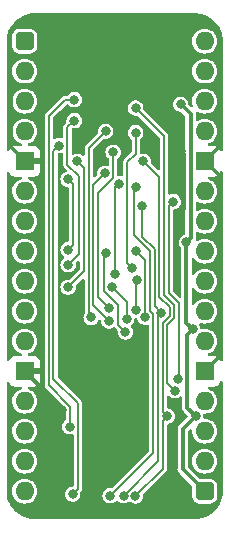
<source format=gbr>
%TF.GenerationSoftware,KiCad,Pcbnew,7.0.5*%
%TF.CreationDate,2023-12-17T19:37:20+02:00*%
%TF.ProjectId,GPIO 4bit,4750494f-2034-4626-9974-2e6b69636164,rev?*%
%TF.SameCoordinates,Original*%
%TF.FileFunction,Copper,L2,Bot*%
%TF.FilePolarity,Positive*%
%FSLAX46Y46*%
G04 Gerber Fmt 4.6, Leading zero omitted, Abs format (unit mm)*
G04 Created by KiCad (PCBNEW 7.0.5) date 2023-12-17 19:37:20*
%MOMM*%
%LPD*%
G01*
G04 APERTURE LIST*
G04 Aperture macros list*
%AMRoundRect*
0 Rectangle with rounded corners*
0 $1 Rounding radius*
0 $2 $3 $4 $5 $6 $7 $8 $9 X,Y pos of 4 corners*
0 Add a 4 corners polygon primitive as box body*
4,1,4,$2,$3,$4,$5,$6,$7,$8,$9,$2,$3,0*
0 Add four circle primitives for the rounded corners*
1,1,$1+$1,$2,$3*
1,1,$1+$1,$4,$5*
1,1,$1+$1,$6,$7*
1,1,$1+$1,$8,$9*
0 Add four rect primitives between the rounded corners*
20,1,$1+$1,$2,$3,$4,$5,0*
20,1,$1+$1,$4,$5,$6,$7,0*
20,1,$1+$1,$6,$7,$8,$9,0*
20,1,$1+$1,$8,$9,$2,$3,0*%
G04 Aperture macros list end*
%TA.AperFunction,ComponentPad*%
%ADD10RoundRect,0.400000X-0.400000X-0.400000X0.400000X-0.400000X0.400000X0.400000X-0.400000X0.400000X0*%
%TD*%
%TA.AperFunction,ComponentPad*%
%ADD11O,1.600000X1.600000*%
%TD*%
%TA.AperFunction,ComponentPad*%
%ADD12R,1.600000X1.600000*%
%TD*%
%TA.AperFunction,ViaPad*%
%ADD13C,0.800000*%
%TD*%
%TA.AperFunction,Conductor*%
%ADD14C,0.380000*%
%TD*%
%TA.AperFunction,Conductor*%
%ADD15C,0.200000*%
%TD*%
G04 APERTURE END LIST*
D10*
%TO.P,J1,1,Pin_1*%
%TO.N,/5V*%
X114300000Y-53340000D03*
D11*
%TO.P,J1,2,Pin_2*%
%TO.N,/Read*%
X114300000Y-55880000D03*
%TO.P,J1,3,Pin_3*%
%TO.N,/Write*%
X114300000Y-58420000D03*
%TO.P,J1,4,Pin_4*%
%TO.N,/Enable*%
X114300000Y-60960000D03*
D12*
%TO.P,J1,5,Pin_5*%
%TO.N,/GND*%
X114300000Y-63500000D03*
D11*
%TO.P,J1,6,Pin_6*%
%TO.N,/D7*%
X114300000Y-66040000D03*
%TO.P,J1,7,Pin_7*%
%TO.N,/D6*%
X114300000Y-68580000D03*
%TO.P,J1,8,Pin_8*%
%TO.N,/D5*%
X114300000Y-71120000D03*
%TO.P,J1,9,Pin_9*%
%TO.N,/D4*%
X114300000Y-73660000D03*
%TO.P,J1,10,Pin_10*%
%TO.N,/D3*%
X114300000Y-76200000D03*
%TO.P,J1,11,Pin_11*%
%TO.N,/D2*%
X114300000Y-78740000D03*
D12*
%TO.P,J1,12,Pin_12*%
%TO.N,/GND*%
X114300000Y-81280000D03*
D11*
%TO.P,J1,13,Pin_13*%
%TO.N,/D1*%
X114300000Y-83820000D03*
%TO.P,J1,14,Pin_14*%
%TO.N,/D0*%
X114300000Y-86360000D03*
%TO.P,J1,15,Pin_15*%
%TO.N,unconnected-(J1-Pin_15-Pad15)*%
X114300000Y-88900000D03*
%TO.P,J1,16,Pin_16*%
%TO.N,unconnected-(J1-Pin_16-Pad16)*%
X114300000Y-91440000D03*
D10*
%TO.P,J1,17,Pin_17*%
%TO.N,/5V*%
X129540000Y-91440000D03*
D11*
%TO.P,J1,18,Pin_18*%
%TO.N,unconnected-(J1-Pin_18-Pad18)*%
X129540000Y-88900000D03*
%TO.P,J1,19,Pin_19*%
%TO.N,unconnected-(J1-Pin_19-Pad19)*%
X129540000Y-86360000D03*
%TO.P,J1,20,Pin_20*%
%TO.N,/GPIO3*%
X129540000Y-83820000D03*
D12*
%TO.P,J1,21,Pin_21*%
%TO.N,/GND*%
X129540000Y-81280000D03*
D11*
%TO.P,J1,22,Pin_22*%
%TO.N,/GPIO2*%
X129540000Y-78740000D03*
%TO.P,J1,23,Pin_23*%
%TO.N,unconnected-(J1-Pin_23-Pad23)*%
X129540000Y-76200000D03*
%TO.P,J1,24,Pin_24*%
%TO.N,unconnected-(J1-Pin_24-Pad24)*%
X129540000Y-73660000D03*
%TO.P,J1,25,Pin_25*%
%TO.N,unconnected-(J1-Pin_25-Pad25)*%
X129540000Y-71120000D03*
%TO.P,J1,26,Pin_26*%
%TO.N,unconnected-(J1-Pin_26-Pad26)*%
X129540000Y-68580000D03*
%TO.P,J1,27,Pin_27*%
%TO.N,/GPIO1*%
X129540000Y-66040000D03*
D12*
%TO.P,J1,28,Pin_28*%
%TO.N,/GND*%
X129540000Y-63500000D03*
D11*
%TO.P,J1,29,Pin_29*%
%TO.N,/GPIO0*%
X129540000Y-60960000D03*
%TO.P,J1,30,Pin_30*%
%TO.N,unconnected-(J1-Pin_30-Pad30)*%
X129540000Y-58420000D03*
%TO.P,J1,31,Pin_31*%
%TO.N,unconnected-(J1-Pin_31-Pad31)*%
X129540000Y-55880000D03*
%TO.P,J1,32,Pin_32*%
%TO.N,unconnected-(J1-Pin_32-Pad32)*%
X129540000Y-53340000D03*
%TD*%
D13*
%TO.N,/5V*%
X127992000Y-70357994D03*
X128521200Y-77726800D03*
X128778004Y-85090000D03*
X127508000Y-58674000D03*
%TO.N,/GND*%
X127254000Y-90551000D03*
X117475000Y-84582000D03*
X128524000Y-87630000D03*
X124395000Y-84328000D03*
X127338998Y-56430002D03*
X124841000Y-57023000D03*
X119888000Y-85344000D03*
X127254000Y-93218000D03*
X127254000Y-68072000D03*
X127508000Y-62611000D03*
%TO.N,/Write*%
X127000000Y-82931000D03*
X123697996Y-58990000D03*
%TO.N,/OE3*%
X123763000Y-71118984D03*
X124469899Y-76712311D03*
%TO.N,/OE2*%
X123792001Y-73535612D03*
X123691168Y-76082843D03*
%TO.N,/Enable*%
X117983000Y-65024000D03*
X117983004Y-70993000D03*
%TO.N,/OE1*%
X121717751Y-74193701D03*
X122939000Y-76835004D03*
%TO.N,/OE0*%
X121220000Y-71307762D03*
X122833000Y-77980586D03*
%TO.N,/GD3*%
X121793000Y-62738000D03*
X121426000Y-75946000D03*
%TO.N,/GD2*%
X127280612Y-81902662D03*
X126873000Y-66928994D03*
%TO.N,/GD1*%
X121093000Y-64516000D03*
X121433000Y-77025776D03*
%TO.N,/GD0*%
X119933416Y-76727367D03*
X121158004Y-60960000D03*
%TO.N,/~{Read}*%
X118110000Y-85979000D03*
X118491000Y-58290000D03*
%TO.N,/GPIO0*%
X117218000Y-62182136D03*
X118364000Y-91694000D03*
%TO.N,/GPIO1*%
X121539000Y-91821000D03*
X123698000Y-65659000D03*
%TO.N,/GPIO2*%
X125861738Y-76315776D03*
X124271002Y-67310000D03*
X122682000Y-91821000D03*
%TO.N,/GPIO3*%
X123681384Y-91856166D03*
X124332984Y-63500000D03*
X126365000Y-85090000D03*
%TO.N,Net-(IC4-1~{OE})*%
X117983000Y-72263000D03*
X118491000Y-60071000D03*
%TO.N,Net-(IC4-2~{OE})*%
X118744990Y-63500000D03*
X117983000Y-74168002D03*
%TO.N,Net-(IC4-3~{OE})*%
X121920000Y-73025000D03*
X122298000Y-65405107D03*
%TO.N,Net-(IC4-4~{OE})*%
X123382000Y-72517000D03*
X123698000Y-61087000D03*
%TD*%
D14*
%TO.N,/5V*%
X128521200Y-77726800D02*
X128070622Y-78177378D01*
X128350000Y-69999994D02*
X127992000Y-70357994D01*
X127682000Y-89582000D02*
X127682000Y-86186004D01*
X129540000Y-91440000D02*
X127682000Y-89582000D01*
X128521200Y-77726800D02*
X127992000Y-77197600D01*
X128070622Y-84382618D02*
X128778004Y-85090000D01*
X128350000Y-59516000D02*
X128350000Y-69999994D01*
X127508000Y-58674000D02*
X128350000Y-59516000D01*
X128070622Y-78177378D02*
X128070622Y-84382618D01*
X127682000Y-86186004D02*
X128778004Y-85090000D01*
X127992000Y-77197600D02*
X127992000Y-70357994D01*
%TO.N,/GND*%
X130730000Y-64690000D02*
X130730000Y-80090000D01*
X127254000Y-68072000D02*
X127770000Y-67556000D01*
X113110000Y-57767085D02*
X113807085Y-57070000D01*
X117475000Y-84455000D02*
X117475000Y-84582000D01*
X114300000Y-81280000D02*
X117475000Y-84455000D01*
X127770000Y-62873000D02*
X127508000Y-62611000D01*
X114300000Y-63500000D02*
X113110000Y-62310000D01*
X127978996Y-57070000D02*
X127338998Y-56430002D01*
X119888000Y-85344000D02*
X123379000Y-85344000D01*
X129540000Y-63500000D02*
X130730000Y-62310000D01*
X124794000Y-57070000D02*
X124841000Y-57023000D01*
X124841000Y-57023000D02*
X125433998Y-56430002D01*
X130730000Y-62310000D02*
X130730000Y-57927085D01*
X129872915Y-57070000D02*
X127978996Y-57070000D01*
X130730000Y-80090000D02*
X129540000Y-81280000D01*
X113807085Y-57070000D02*
X124794000Y-57070000D01*
X113110000Y-62310000D02*
X113110000Y-57767085D01*
X123379000Y-85344000D02*
X124395000Y-84328000D01*
X127254000Y-93218000D02*
X127254000Y-90551000D01*
X127770000Y-67556000D02*
X127770000Y-62873000D01*
X125433998Y-56430002D02*
X127338998Y-56430002D01*
X129540000Y-63500000D02*
X130730000Y-64690000D01*
X130730000Y-57927085D02*
X129872915Y-57070000D01*
D15*
%TO.N,/Write*%
X126092000Y-61384004D02*
X126092000Y-74841686D01*
X126384000Y-77353119D02*
X126384000Y-82315000D01*
X123697996Y-58990000D02*
X126092000Y-61384004D01*
X126384000Y-82315000D02*
X127000000Y-82931000D01*
X126092000Y-74841686D02*
X126963486Y-75713172D01*
X126963486Y-76773633D02*
X126384000Y-77353119D01*
X126963486Y-75713172D02*
X126963486Y-76773633D01*
%TO.N,/OE3*%
X124492001Y-71847985D02*
X123763000Y-71118984D01*
X124469899Y-76712311D02*
X124492001Y-76690209D01*
X124492001Y-76690209D02*
X124492001Y-71847985D01*
%TO.N,/OE2*%
X123691168Y-73636445D02*
X123792001Y-73535612D01*
X123691168Y-76082843D02*
X123691168Y-73636445D01*
%TO.N,/Enable*%
X118364000Y-65405000D02*
X118364000Y-70612004D01*
X117983000Y-65024000D02*
X118364000Y-65405000D01*
X118364000Y-70612004D02*
X117983004Y-70993000D01*
%TO.N,/OE1*%
X122939000Y-76835004D02*
X122939000Y-75414950D01*
X122939000Y-75414950D02*
X121717751Y-74193701D01*
%TO.N,/OE0*%
X121017751Y-71510011D02*
X121220000Y-71307762D01*
X122239000Y-75704900D02*
X121017751Y-74483651D01*
X122833000Y-77980586D02*
X122239000Y-77386586D01*
X122239000Y-77386586D02*
X122239000Y-75704900D01*
X121017751Y-74483651D02*
X121017751Y-71510011D01*
%TO.N,/GD3*%
X121793000Y-64897000D02*
X121793000Y-62738000D01*
X121426000Y-75946000D02*
X120520000Y-75040000D01*
X120520000Y-66170000D02*
X121793000Y-64897000D01*
X120520000Y-75040000D02*
X120520000Y-66170000D01*
%TO.N,/GD2*%
X127280612Y-81902662D02*
X127363486Y-81819788D01*
X127363486Y-75547486D02*
X126492000Y-74676000D01*
X127363486Y-81819788D02*
X127363486Y-75547486D01*
X126492000Y-74676000D02*
X126492000Y-67309994D01*
X126492000Y-67309994D02*
X126873000Y-66928994D01*
%TO.N,/GD1*%
X120120000Y-65489000D02*
X121093000Y-64516000D01*
X121433000Y-77025776D02*
X120120000Y-75712776D01*
X120120000Y-75712776D02*
X120120000Y-65489000D01*
%TO.N,/GD0*%
X119720000Y-62398004D02*
X121158004Y-60960000D01*
X119720000Y-76513951D02*
X119720000Y-62398004D01*
X119933416Y-76727367D02*
X119720000Y-76513951D01*
%TO.N,/~{Read}*%
X118175000Y-85914000D02*
X118110000Y-85979000D01*
X116332000Y-82449050D02*
X118175000Y-84292050D01*
X117732000Y-58290000D02*
X116332000Y-59690000D01*
X118491000Y-58290000D02*
X117732000Y-58290000D01*
X116332000Y-59690000D02*
X116332000Y-82449050D01*
X118175000Y-84292050D02*
X118175000Y-85914000D01*
%TO.N,/GPIO0*%
X118810000Y-91248000D02*
X118810000Y-84012000D01*
X118364000Y-91694000D02*
X118810000Y-91248000D01*
X116732000Y-62668136D02*
X117218000Y-62182136D01*
X118810000Y-84012000D02*
X116732000Y-81934000D01*
X116732000Y-81934000D02*
X116732000Y-62668136D01*
%TO.N,/GPIO1*%
X123571000Y-65786000D02*
X123698000Y-65659000D01*
X125169899Y-88190101D02*
X125169899Y-76422361D01*
X121539000Y-91821000D02*
X125169899Y-88190101D01*
X124892001Y-76144463D02*
X124892001Y-71101687D01*
X125169899Y-76422361D02*
X124892001Y-76144463D01*
X124892001Y-71101687D02*
X123571000Y-69780686D01*
X123571000Y-69780686D02*
X123571000Y-65786000D01*
%TO.N,/GPIO2*%
X125584000Y-88919000D02*
X125584000Y-76593514D01*
X125292001Y-70936001D02*
X124271002Y-69915002D01*
X125861738Y-76315776D02*
X125292001Y-75746039D01*
X125584000Y-76593514D02*
X125861738Y-76315776D01*
X124271002Y-69915002D02*
X124271002Y-67310000D01*
X125292001Y-75746039D02*
X125292001Y-70936001D01*
X122682000Y-91821000D02*
X125584000Y-88919000D01*
%TO.N,/GPIO3*%
X125984000Y-77187433D02*
X126561738Y-76609696D01*
X126561738Y-75877110D02*
X125692000Y-75007371D01*
X126365000Y-85090000D02*
X125984000Y-84709000D01*
X125984000Y-85471000D02*
X126365000Y-85090000D01*
X126561738Y-76609696D02*
X126561738Y-75877110D01*
X125692000Y-64859016D02*
X124332984Y-63500000D01*
X125984000Y-84709000D02*
X125984000Y-77187433D01*
X123681384Y-91856166D02*
X125984000Y-89553550D01*
X125984000Y-89553550D02*
X125984000Y-85471000D01*
X125692000Y-75007371D02*
X125692000Y-64859016D01*
%TO.N,Net-(IC4-1~{OE})*%
X117918000Y-63789950D02*
X117918000Y-60644000D01*
X117918000Y-60644000D02*
X118491000Y-60071000D01*
X118872000Y-71374000D02*
X118872000Y-64743950D01*
X118872000Y-64743950D02*
X117918000Y-63789950D01*
X117983000Y-72263000D02*
X118872000Y-71374000D01*
%TO.N,Net-(IC4-2~{OE})*%
X119320000Y-64075010D02*
X119320000Y-72831002D01*
X118744990Y-63500000D02*
X119320000Y-64075010D01*
X119320000Y-72831002D02*
X117983000Y-74168002D01*
%TO.N,Net-(IC4-3~{OE})*%
X121920000Y-65659000D02*
X122173893Y-65405107D01*
X121920000Y-73025000D02*
X121920000Y-65659000D01*
X122173893Y-65405107D02*
X122298000Y-65405107D01*
%TO.N,Net-(IC4-4~{OE})*%
X123382000Y-72517000D02*
X122998000Y-72133000D01*
X122998000Y-63565000D02*
X123698000Y-62865000D01*
X123698000Y-62865000D02*
X123698000Y-61087000D01*
X122998000Y-72133000D02*
X122998000Y-63565000D01*
%TD*%
%TA.AperFunction,Conductor*%
%TO.N,/GND*%
G36*
X128706138Y-50976880D02*
G01*
X128706155Y-50976881D01*
X128985390Y-50993767D01*
X128992823Y-50994671D01*
X129017541Y-50999200D01*
X129266153Y-51044757D01*
X129273415Y-51046548D01*
X129538710Y-51129215D01*
X129545716Y-51131872D01*
X129799109Y-51245911D01*
X129805740Y-51249391D01*
X130043553Y-51393152D01*
X130049700Y-51397395D01*
X130268452Y-51568773D01*
X130274049Y-51573733D01*
X130470543Y-51770224D01*
X130475513Y-51775833D01*
X130646879Y-51994564D01*
X130651136Y-52000731D01*
X130794893Y-52238532D01*
X130798375Y-52245167D01*
X130912419Y-52498557D01*
X130915072Y-52505551D01*
X130969309Y-52679602D01*
X130997742Y-52770847D01*
X130999535Y-52778123D01*
X131049624Y-53051448D01*
X131050527Y-53058887D01*
X131067386Y-53337568D01*
X131067499Y-53341313D01*
X131067499Y-62532450D01*
X131047814Y-62599489D01*
X130995010Y-62645244D01*
X130925852Y-62655188D01*
X130862296Y-62626163D01*
X130827317Y-62575783D01*
X130783354Y-62457913D01*
X130783350Y-62457906D01*
X130697190Y-62342812D01*
X130697187Y-62342809D01*
X130582093Y-62256649D01*
X130582086Y-62256645D01*
X130447379Y-62206403D01*
X130447372Y-62206401D01*
X130387844Y-62200000D01*
X129907070Y-62200000D01*
X129840031Y-62180315D01*
X129794276Y-62127511D01*
X129784332Y-62058353D01*
X129813357Y-61994797D01*
X129871074Y-61957339D01*
X129943954Y-61935232D01*
X130126450Y-61837685D01*
X130286410Y-61706410D01*
X130417685Y-61546450D01*
X130515232Y-61363954D01*
X130575300Y-61165934D01*
X130595583Y-60960000D01*
X130575300Y-60754066D01*
X130515232Y-60556046D01*
X130417685Y-60373550D01*
X130298087Y-60227818D01*
X130286410Y-60213589D01*
X130168677Y-60116969D01*
X130126450Y-60082315D01*
X129943954Y-59984768D01*
X129745934Y-59924700D01*
X129745932Y-59924699D01*
X129745934Y-59924699D01*
X129540000Y-59904417D01*
X129334067Y-59924699D01*
X129136041Y-59984769D01*
X128972953Y-60071943D01*
X128904551Y-60086185D01*
X128839307Y-60061185D01*
X128797936Y-60004880D01*
X128790500Y-59962585D01*
X128790500Y-59544228D01*
X128790889Y-59537289D01*
X128795165Y-59499344D01*
X128784556Y-59443279D01*
X128784177Y-59441040D01*
X128782658Y-59430961D01*
X128792132Y-59361737D01*
X128837527Y-59308624D01*
X128904432Y-59288485D01*
X128963724Y-59303123D01*
X129136046Y-59395232D01*
X129334066Y-59455300D01*
X129334065Y-59455300D01*
X129352529Y-59457118D01*
X129540000Y-59475583D01*
X129745934Y-59455300D01*
X129943954Y-59395232D01*
X130126450Y-59297685D01*
X130286410Y-59166410D01*
X130417685Y-59006450D01*
X130515232Y-58823954D01*
X130575300Y-58625934D01*
X130595583Y-58420000D01*
X130575300Y-58214066D01*
X130515232Y-58016046D01*
X130417685Y-57833550D01*
X130349706Y-57750717D01*
X130286410Y-57673589D01*
X130126452Y-57542317D01*
X130126453Y-57542317D01*
X130126450Y-57542315D01*
X129943954Y-57444768D01*
X129745934Y-57384700D01*
X129745932Y-57384699D01*
X129745934Y-57384699D01*
X129540000Y-57364417D01*
X129334067Y-57384699D01*
X129136043Y-57444769D01*
X129025898Y-57503643D01*
X128953550Y-57542315D01*
X128953548Y-57542316D01*
X128953547Y-57542317D01*
X128793589Y-57673589D01*
X128662317Y-57833547D01*
X128662315Y-57833550D01*
X128650598Y-57855471D01*
X128564769Y-58016043D01*
X128504699Y-58214067D01*
X128484417Y-58420000D01*
X128504699Y-58625932D01*
X128504700Y-58625934D01*
X128534608Y-58724530D01*
X128544667Y-58757688D01*
X128545290Y-58827555D01*
X128508042Y-58886668D01*
X128444747Y-58916259D01*
X128375503Y-58906932D01*
X128338325Y-58881364D01*
X128198001Y-58741040D01*
X128164516Y-58679717D01*
X128162587Y-58668315D01*
X128144237Y-58517182D01*
X128088220Y-58369477D01*
X127998483Y-58239470D01*
X127880240Y-58134717D01*
X127880238Y-58134716D01*
X127880237Y-58134715D01*
X127740365Y-58061303D01*
X127586986Y-58023500D01*
X127586985Y-58023500D01*
X127429015Y-58023500D01*
X127429014Y-58023500D01*
X127275634Y-58061303D01*
X127135762Y-58134715D01*
X127017516Y-58239471D01*
X126927781Y-58369475D01*
X126927780Y-58369476D01*
X126871762Y-58517181D01*
X126852721Y-58673999D01*
X126852721Y-58674000D01*
X126871762Y-58830818D01*
X126900629Y-58906932D01*
X126927780Y-58978523D01*
X127017517Y-59108530D01*
X127135760Y-59213283D01*
X127135762Y-59213284D01*
X127275634Y-59286696D01*
X127429014Y-59324500D01*
X127429015Y-59324500D01*
X127484177Y-59324500D01*
X127551216Y-59344185D01*
X127571858Y-59360819D01*
X127873181Y-59662142D01*
X127906666Y-59723465D01*
X127909500Y-59749823D01*
X127909500Y-69611211D01*
X127889815Y-69678250D01*
X127837011Y-69724005D01*
X127815176Y-69731608D01*
X127759632Y-69745298D01*
X127619762Y-69818709D01*
X127501516Y-69923465D01*
X127411781Y-70053469D01*
X127411780Y-70053470D01*
X127355762Y-70201175D01*
X127336721Y-70357993D01*
X127336721Y-70357994D01*
X127355762Y-70514812D01*
X127404253Y-70642670D01*
X127411780Y-70662517D01*
X127501517Y-70792524D01*
X127509726Y-70799796D01*
X127546853Y-70858986D01*
X127551499Y-70892612D01*
X127551499Y-74940455D01*
X127531814Y-75007494D01*
X127479010Y-75053249D01*
X127409852Y-75063193D01*
X127346296Y-75034168D01*
X127339818Y-75028136D01*
X126878819Y-74567137D01*
X126845334Y-74505814D01*
X126842500Y-74479456D01*
X126842500Y-67702642D01*
X126862185Y-67635603D01*
X126914989Y-67589848D01*
X126944746Y-67581464D01*
X126944703Y-67581289D01*
X126950029Y-67579976D01*
X126951560Y-67579545D01*
X126951975Y-67579494D01*
X126951985Y-67579494D01*
X127105365Y-67541690D01*
X127245240Y-67468277D01*
X127363483Y-67363524D01*
X127453220Y-67233517D01*
X127509237Y-67085812D01*
X127528278Y-66928994D01*
X127526905Y-66917682D01*
X127509237Y-66772175D01*
X127476262Y-66685228D01*
X127453220Y-66624471D01*
X127363483Y-66494464D01*
X127245240Y-66389711D01*
X127245238Y-66389710D01*
X127245237Y-66389709D01*
X127105365Y-66316297D01*
X126951986Y-66278494D01*
X126951985Y-66278494D01*
X126794015Y-66278494D01*
X126794014Y-66278494D01*
X126640636Y-66316297D01*
X126624123Y-66324964D01*
X126555614Y-66338687D01*
X126490561Y-66313194D01*
X126449618Y-66256577D01*
X126442499Y-66215171D01*
X126442499Y-61433215D01*
X126445139Y-61407765D01*
X126447043Y-61398689D01*
X126445087Y-61382998D01*
X126442977Y-61366065D01*
X126442500Y-61358389D01*
X126442500Y-61354966D01*
X126442500Y-61354964D01*
X126439118Y-61334703D01*
X126438754Y-61332194D01*
X126432573Y-61282611D01*
X126430477Y-61275572D01*
X126428091Y-61268620D01*
X126404317Y-61224692D01*
X126403157Y-61222441D01*
X126389949Y-61195422D01*
X126381200Y-61177523D01*
X126376919Y-61171528D01*
X126372420Y-61165748D01*
X126372418Y-61165746D01*
X126335642Y-61131891D01*
X126333820Y-61130142D01*
X124378685Y-59175007D01*
X124345200Y-59113684D01*
X124343270Y-59072384D01*
X124353274Y-58990000D01*
X124334233Y-58833182D01*
X124278216Y-58685477D01*
X124188479Y-58555470D01*
X124070236Y-58450717D01*
X124070234Y-58450716D01*
X124070233Y-58450715D01*
X123930361Y-58377303D01*
X123776982Y-58339500D01*
X123776981Y-58339500D01*
X123619011Y-58339500D01*
X123619010Y-58339500D01*
X123465630Y-58377303D01*
X123325758Y-58450715D01*
X123207512Y-58555471D01*
X123117777Y-58685475D01*
X123117776Y-58685476D01*
X123061758Y-58833181D01*
X123042718Y-58989999D01*
X123042718Y-58990000D01*
X123061758Y-59146818D01*
X123086966Y-59213284D01*
X123117776Y-59294523D01*
X123207513Y-59424530D01*
X123325756Y-59529283D01*
X123325758Y-59529284D01*
X123465630Y-59602696D01*
X123619010Y-59640500D01*
X123619011Y-59640500D01*
X123776982Y-59640500D01*
X123784427Y-59639596D01*
X123784833Y-59642941D01*
X123839455Y-59645221D01*
X123887271Y-59674957D01*
X125705180Y-61492866D01*
X125738665Y-61554189D01*
X125741499Y-61580547D01*
X125741499Y-64113471D01*
X125721814Y-64180510D01*
X125669010Y-64226265D01*
X125599852Y-64236209D01*
X125536296Y-64207184D01*
X125529818Y-64201152D01*
X125013673Y-63685007D01*
X124980188Y-63623684D01*
X124978258Y-63582384D01*
X124988262Y-63500000D01*
X124969221Y-63343182D01*
X124913204Y-63195477D01*
X124823467Y-63065470D01*
X124705224Y-62960717D01*
X124705222Y-62960716D01*
X124705221Y-62960715D01*
X124565349Y-62887303D01*
X124411970Y-62849500D01*
X124411969Y-62849500D01*
X124253999Y-62849500D01*
X124253998Y-62849500D01*
X124202174Y-62862273D01*
X124132372Y-62859203D01*
X124075310Y-62818883D01*
X124049105Y-62754114D01*
X124048500Y-62741876D01*
X124048500Y-61701350D01*
X124068185Y-61634311D01*
X124090271Y-61608536D01*
X124188483Y-61521530D01*
X124278220Y-61391523D01*
X124334237Y-61243818D01*
X124353278Y-61087000D01*
X124347861Y-61042382D01*
X124334237Y-60930181D01*
X124286072Y-60803182D01*
X124278220Y-60782477D01*
X124188483Y-60652470D01*
X124070240Y-60547717D01*
X124070238Y-60547716D01*
X124070237Y-60547715D01*
X123930365Y-60474303D01*
X123776986Y-60436500D01*
X123776985Y-60436500D01*
X123619015Y-60436500D01*
X123619014Y-60436500D01*
X123465634Y-60474303D01*
X123325762Y-60547715D01*
X123207516Y-60652471D01*
X123117781Y-60782475D01*
X123117780Y-60782476D01*
X123061762Y-60930181D01*
X123042721Y-61086999D01*
X123042721Y-61087000D01*
X123061762Y-61243818D01*
X123103915Y-61354964D01*
X123117780Y-61391523D01*
X123128987Y-61407759D01*
X123207517Y-61521531D01*
X123251431Y-61560434D01*
X123305726Y-61608535D01*
X123342853Y-61667723D01*
X123347500Y-61701350D01*
X123347500Y-62668455D01*
X123327815Y-62735494D01*
X123311181Y-62756136D01*
X122784955Y-63282361D01*
X122765106Y-63298482D01*
X122757331Y-63303562D01*
X122737143Y-63329498D01*
X122732067Y-63335248D01*
X122729634Y-63337681D01*
X122729624Y-63337694D01*
X122717695Y-63354401D01*
X122716164Y-63356453D01*
X122685483Y-63395872D01*
X122681975Y-63402353D01*
X122678761Y-63408931D01*
X122664506Y-63456809D01*
X122663725Y-63459246D01*
X122647499Y-63506512D01*
X122646294Y-63513733D01*
X122645382Y-63521046D01*
X122647447Y-63570948D01*
X122647500Y-63573510D01*
X122647500Y-64663008D01*
X122627815Y-64730047D01*
X122575011Y-64775802D01*
X122505853Y-64785746D01*
X122493825Y-64783405D01*
X122376985Y-64754607D01*
X122267500Y-64754607D01*
X122200461Y-64734922D01*
X122154706Y-64682118D01*
X122143500Y-64630607D01*
X122143499Y-63352351D01*
X122163184Y-63285312D01*
X122185271Y-63259537D01*
X122283483Y-63172530D01*
X122373220Y-63042523D01*
X122429237Y-62894818D01*
X122448278Y-62738000D01*
X122437016Y-62645244D01*
X122429237Y-62581181D01*
X122382487Y-62457913D01*
X122373220Y-62433477D01*
X122283483Y-62303470D01*
X122165240Y-62198717D01*
X122165238Y-62198716D01*
X122165237Y-62198715D01*
X122025365Y-62125303D01*
X121871986Y-62087500D01*
X121871985Y-62087500D01*
X121714015Y-62087500D01*
X121714014Y-62087500D01*
X121560634Y-62125303D01*
X121420762Y-62198715D01*
X121302516Y-62303471D01*
X121212781Y-62433475D01*
X121212780Y-62433476D01*
X121156762Y-62581181D01*
X121137721Y-62737999D01*
X121137721Y-62738000D01*
X121156762Y-62894818D01*
X121212780Y-63042523D01*
X121212781Y-63042524D01*
X121302517Y-63172531D01*
X121363109Y-63226210D01*
X121400726Y-63259535D01*
X121437853Y-63318723D01*
X121442500Y-63352350D01*
X121442500Y-63773901D01*
X121422815Y-63840940D01*
X121370011Y-63886695D01*
X121300853Y-63896639D01*
X121288825Y-63894298D01*
X121171985Y-63865500D01*
X121014015Y-63865500D01*
X121014014Y-63865500D01*
X120860634Y-63903303D01*
X120720762Y-63976715D01*
X120602516Y-64081471D01*
X120512781Y-64211475D01*
X120512780Y-64211476D01*
X120456763Y-64359181D01*
X120437722Y-64516000D01*
X120447724Y-64598381D01*
X120436263Y-64667304D01*
X120412309Y-64701007D01*
X120282180Y-64831136D01*
X120220859Y-64864621D01*
X120151167Y-64859637D01*
X120095233Y-64817766D01*
X120070816Y-64752302D01*
X120070500Y-64743455D01*
X120070500Y-62594546D01*
X120090185Y-62527507D01*
X120106815Y-62506869D01*
X120968728Y-61644955D01*
X121030049Y-61611472D01*
X121071274Y-61612039D01*
X121071571Y-61609596D01*
X121079017Y-61610500D01*
X121079019Y-61610500D01*
X121236989Y-61610500D01*
X121390369Y-61572696D01*
X121405354Y-61564831D01*
X121530244Y-61499283D01*
X121648487Y-61394530D01*
X121738224Y-61264523D01*
X121794241Y-61116818D01*
X121813282Y-60960000D01*
X121794241Y-60803182D01*
X121786388Y-60782476D01*
X121748926Y-60683696D01*
X121738224Y-60655477D01*
X121648487Y-60525470D01*
X121530244Y-60420717D01*
X121530242Y-60420716D01*
X121530241Y-60420715D01*
X121390369Y-60347303D01*
X121236990Y-60309500D01*
X121236989Y-60309500D01*
X121079019Y-60309500D01*
X121079018Y-60309500D01*
X120925638Y-60347303D01*
X120785766Y-60420715D01*
X120667520Y-60525471D01*
X120577785Y-60655475D01*
X120577784Y-60655476D01*
X120521766Y-60803181D01*
X120502726Y-60959999D01*
X120502726Y-60960000D01*
X120512728Y-61042382D01*
X120501267Y-61111305D01*
X120477313Y-61145008D01*
X119506955Y-62115365D01*
X119487106Y-62131486D01*
X119479331Y-62136566D01*
X119459143Y-62162502D01*
X119454067Y-62168252D01*
X119451634Y-62170685D01*
X119451624Y-62170698D01*
X119439695Y-62187405D01*
X119438164Y-62189457D01*
X119407483Y-62228876D01*
X119403975Y-62235357D01*
X119400761Y-62241935D01*
X119386506Y-62289813D01*
X119385725Y-62292250D01*
X119369499Y-62339516D01*
X119368294Y-62346737D01*
X119367382Y-62354050D01*
X119369447Y-62403952D01*
X119369500Y-62406514D01*
X119369500Y-62908691D01*
X119349815Y-62975730D01*
X119297011Y-63021485D01*
X119227853Y-63031429D01*
X119164297Y-63002404D01*
X119163274Y-63001507D01*
X119117230Y-62960717D01*
X119117228Y-62960715D01*
X118977355Y-62887303D01*
X118823976Y-62849500D01*
X118823975Y-62849500D01*
X118666005Y-62849500D01*
X118666004Y-62849500D01*
X118512625Y-62887303D01*
X118450125Y-62920106D01*
X118381617Y-62933830D01*
X118316564Y-62908338D01*
X118275620Y-62851722D01*
X118268500Y-62810309D01*
X118268500Y-60844041D01*
X118288185Y-60777002D01*
X118340989Y-60731247D01*
X118407448Y-60720945D01*
X118412012Y-60721499D01*
X118412015Y-60721500D01*
X118412018Y-60721500D01*
X118569985Y-60721500D01*
X118723365Y-60683696D01*
X118782784Y-60652510D01*
X118863240Y-60610283D01*
X118981483Y-60505530D01*
X119071220Y-60375523D01*
X119127237Y-60227818D01*
X119146278Y-60071000D01*
X119127237Y-59914182D01*
X119071220Y-59766477D01*
X118981483Y-59636470D01*
X118863240Y-59531717D01*
X118863238Y-59531716D01*
X118863237Y-59531715D01*
X118723365Y-59458303D01*
X118569986Y-59420500D01*
X118569985Y-59420500D01*
X118412015Y-59420500D01*
X118412014Y-59420500D01*
X118258634Y-59458303D01*
X118118762Y-59531715D01*
X118108568Y-59540746D01*
X118006114Y-59631512D01*
X118000516Y-59636471D01*
X117910781Y-59766475D01*
X117910780Y-59766476D01*
X117854763Y-59914181D01*
X117835722Y-60071000D01*
X117845724Y-60153381D01*
X117834263Y-60222304D01*
X117810309Y-60256007D01*
X117704955Y-60361361D01*
X117685106Y-60377482D01*
X117677331Y-60382562D01*
X117657143Y-60408498D01*
X117652067Y-60414248D01*
X117649634Y-60416681D01*
X117649624Y-60416694D01*
X117637695Y-60433401D01*
X117636164Y-60435453D01*
X117605483Y-60474872D01*
X117601975Y-60481353D01*
X117598761Y-60487931D01*
X117584506Y-60535809D01*
X117583725Y-60538246D01*
X117567499Y-60585512D01*
X117566294Y-60592733D01*
X117565382Y-60600046D01*
X117567447Y-60649948D01*
X117567500Y-60652510D01*
X117567500Y-61440037D01*
X117547815Y-61507076D01*
X117495011Y-61552831D01*
X117425853Y-61562775D01*
X117413825Y-61560434D01*
X117296985Y-61531636D01*
X117139015Y-61531636D01*
X117139014Y-61531636D01*
X116985634Y-61569439D01*
X116864126Y-61633213D01*
X116795618Y-61646939D01*
X116730565Y-61621447D01*
X116689620Y-61564831D01*
X116682500Y-61523417D01*
X116682500Y-59886543D01*
X116702185Y-59819504D01*
X116718819Y-59798862D01*
X117266213Y-59251468D01*
X117810627Y-58707054D01*
X117871948Y-58673571D01*
X117941640Y-58678555D01*
X117997573Y-58720427D01*
X118000354Y-58724294D01*
X118000515Y-58724528D01*
X118000516Y-58724529D01*
X118000517Y-58724530D01*
X118118760Y-58829283D01*
X118118762Y-58829284D01*
X118258634Y-58902696D01*
X118412014Y-58940500D01*
X118412015Y-58940500D01*
X118569985Y-58940500D01*
X118723365Y-58902696D01*
X118764009Y-58881364D01*
X118863240Y-58829283D01*
X118981483Y-58724530D01*
X119071220Y-58594523D01*
X119127237Y-58446818D01*
X119146278Y-58290000D01*
X119127424Y-58134717D01*
X119127237Y-58133181D01*
X119082812Y-58016043D01*
X119071220Y-57985477D01*
X118981483Y-57855470D01*
X118863240Y-57750717D01*
X118863238Y-57750716D01*
X118863237Y-57750715D01*
X118723365Y-57677303D01*
X118569986Y-57639500D01*
X118569985Y-57639500D01*
X118412015Y-57639500D01*
X118412014Y-57639500D01*
X118258634Y-57677303D01*
X118118762Y-57750715D01*
X118000515Y-57855471D01*
X117979487Y-57885938D01*
X117925205Y-57929930D01*
X117877436Y-57939500D01*
X117781211Y-57939500D01*
X117755765Y-57936861D01*
X117746685Y-57934957D01*
X117746684Y-57934957D01*
X117746682Y-57934957D01*
X117714061Y-57939023D01*
X117706385Y-57939500D01*
X117702960Y-57939500D01*
X117697754Y-57940368D01*
X117682700Y-57942879D01*
X117680171Y-57943247D01*
X117630608Y-57949426D01*
X117623570Y-57951521D01*
X117616617Y-57953908D01*
X117572687Y-57977682D01*
X117570411Y-57978853D01*
X117525513Y-58000803D01*
X117519566Y-58005048D01*
X117513739Y-58009584D01*
X117479913Y-58046329D01*
X117478139Y-58048177D01*
X116118955Y-59407361D01*
X116099106Y-59423482D01*
X116091331Y-59428562D01*
X116071143Y-59454498D01*
X116066067Y-59460248D01*
X116063634Y-59462681D01*
X116063624Y-59462694D01*
X116051695Y-59479401D01*
X116050164Y-59481453D01*
X116019483Y-59520872D01*
X116015975Y-59527353D01*
X116012761Y-59533931D01*
X115998506Y-59581809D01*
X115997725Y-59584246D01*
X115981499Y-59631512D01*
X115980294Y-59638733D01*
X115979382Y-59646046D01*
X115981447Y-59695948D01*
X115981500Y-59698510D01*
X115981500Y-82399838D01*
X115978861Y-82425282D01*
X115976957Y-82434361D01*
X115976957Y-82434367D01*
X115981023Y-82466987D01*
X115981500Y-82474664D01*
X115981500Y-82478090D01*
X115984232Y-82494470D01*
X115984876Y-82498326D01*
X115985245Y-82500858D01*
X115991427Y-82550443D01*
X115993520Y-82557476D01*
X115995907Y-82564429D01*
X115995908Y-82564431D01*
X116000868Y-82573596D01*
X116019691Y-82608380D01*
X116020864Y-82610658D01*
X116042802Y-82655534D01*
X116042804Y-82655536D01*
X116047071Y-82661514D01*
X116051582Y-82667309D01*
X116088341Y-82701148D01*
X116090189Y-82702922D01*
X117788182Y-84400914D01*
X117821666Y-84462235D01*
X117824500Y-84488593D01*
X117824500Y-85319231D01*
X117804815Y-85386270D01*
X117758129Y-85429026D01*
X117737760Y-85439716D01*
X117737760Y-85439717D01*
X117619516Y-85544471D01*
X117529781Y-85674475D01*
X117529780Y-85674476D01*
X117473762Y-85822181D01*
X117454721Y-85978999D01*
X117454721Y-85979000D01*
X117473762Y-86135818D01*
X117514790Y-86243998D01*
X117529780Y-86283523D01*
X117619517Y-86413530D01*
X117737760Y-86518283D01*
X117737762Y-86518284D01*
X117877634Y-86591696D01*
X118031014Y-86629500D01*
X118031015Y-86629500D01*
X118188985Y-86629500D01*
X118305825Y-86600702D01*
X118375628Y-86603771D01*
X118432690Y-86644091D01*
X118458895Y-86708861D01*
X118459500Y-86721099D01*
X118459500Y-90919500D01*
X118439815Y-90986539D01*
X118387011Y-91032294D01*
X118335500Y-91043500D01*
X118285014Y-91043500D01*
X118131634Y-91081303D01*
X117991762Y-91154715D01*
X117873516Y-91259471D01*
X117783781Y-91389475D01*
X117783780Y-91389476D01*
X117727762Y-91537181D01*
X117708721Y-91693999D01*
X117708721Y-91694000D01*
X117727762Y-91850818D01*
X117762559Y-91942569D01*
X117783780Y-91998523D01*
X117873517Y-92128530D01*
X117991760Y-92233283D01*
X117991762Y-92233284D01*
X118131634Y-92306696D01*
X118285014Y-92344500D01*
X118285015Y-92344500D01*
X118442985Y-92344500D01*
X118596365Y-92306696D01*
X118644495Y-92281435D01*
X118736240Y-92233283D01*
X118854483Y-92128530D01*
X118944220Y-91998523D01*
X119000237Y-91850818D01*
X119019278Y-91694000D01*
X119009940Y-91617099D01*
X119021400Y-91548177D01*
X119049059Y-91510918D01*
X119050661Y-91509442D01*
X119050669Y-91509437D01*
X119070873Y-91483477D01*
X119075941Y-91477739D01*
X119078375Y-91475307D01*
X119090333Y-91458555D01*
X119091800Y-91456589D01*
X119122517Y-91417126D01*
X119122519Y-91417118D01*
X119126006Y-91410675D01*
X119129234Y-91404072D01*
X119129239Y-91404066D01*
X119143501Y-91356155D01*
X119144259Y-91353790D01*
X119160500Y-91306488D01*
X119160500Y-91306481D01*
X119161705Y-91299261D01*
X119162617Y-91291952D01*
X119160553Y-91242051D01*
X119160500Y-91239489D01*
X119160500Y-84061211D01*
X119163139Y-84035764D01*
X119165043Y-84026685D01*
X119163270Y-84012463D01*
X119160977Y-83994061D01*
X119160500Y-83986385D01*
X119160500Y-83982962D01*
X119160500Y-83982960D01*
X119157118Y-83962699D01*
X119156754Y-83960190D01*
X119150573Y-83910607D01*
X119148477Y-83903568D01*
X119146091Y-83896616D01*
X119122317Y-83852688D01*
X119121157Y-83850437D01*
X119107949Y-83823418D01*
X119099200Y-83805519D01*
X119094919Y-83799524D01*
X119090420Y-83793744D01*
X119090418Y-83793742D01*
X119053642Y-83759887D01*
X119051820Y-83758138D01*
X117118819Y-81825137D01*
X117085334Y-81763814D01*
X117082500Y-81737456D01*
X117082500Y-74198382D01*
X117090519Y-74171072D01*
X117084179Y-74157960D01*
X117082500Y-74137621D01*
X117082500Y-72293380D01*
X117090519Y-72266070D01*
X117084179Y-72252958D01*
X117082500Y-72232619D01*
X117082500Y-71023347D01*
X117090507Y-70996078D01*
X117084179Y-70982991D01*
X117082500Y-70962652D01*
X117082500Y-65054380D01*
X117090519Y-65027070D01*
X117084179Y-65013958D01*
X117082500Y-64993619D01*
X117082500Y-62956636D01*
X117102185Y-62889597D01*
X117154989Y-62843842D01*
X117206500Y-62832636D01*
X117296985Y-62832636D01*
X117413825Y-62803838D01*
X117483628Y-62806907D01*
X117540690Y-62847227D01*
X117566895Y-62911997D01*
X117567500Y-62924235D01*
X117567500Y-63740738D01*
X117564861Y-63766182D01*
X117562957Y-63775261D01*
X117562957Y-63775267D01*
X117567023Y-63807887D01*
X117567500Y-63815564D01*
X117567500Y-63818990D01*
X117569470Y-63830798D01*
X117570876Y-63839226D01*
X117571245Y-63841758D01*
X117577427Y-63891343D01*
X117579520Y-63898376D01*
X117581907Y-63905329D01*
X117581908Y-63905331D01*
X117589608Y-63919559D01*
X117605691Y-63949280D01*
X117606864Y-63951558D01*
X117628802Y-63996434D01*
X117628804Y-63996436D01*
X117633071Y-64002414D01*
X117637582Y-64008209D01*
X117674341Y-64042048D01*
X117676190Y-64043822D01*
X117830264Y-64197896D01*
X117863749Y-64259219D01*
X117858765Y-64328911D01*
X117816893Y-64384844D01*
X117772259Y-64405973D01*
X117750638Y-64411302D01*
X117750634Y-64411303D01*
X117610762Y-64484715D01*
X117492516Y-64589471D01*
X117402781Y-64719475D01*
X117402780Y-64719476D01*
X117346762Y-64867181D01*
X117329596Y-65008565D01*
X117325139Y-65018919D01*
X117325477Y-65019445D01*
X117329596Y-65039434D01*
X117346762Y-65180818D01*
X117402780Y-65328522D01*
X117402780Y-65328523D01*
X117492517Y-65458530D01*
X117610760Y-65563283D01*
X117610762Y-65563284D01*
X117750634Y-65636696D01*
X117823168Y-65654573D01*
X117904015Y-65674500D01*
X117904024Y-65674500D01*
X117904440Y-65674551D01*
X117904733Y-65674677D01*
X117911297Y-65676295D01*
X117911028Y-65677386D01*
X117968619Y-65702169D01*
X118007679Y-65760101D01*
X118013500Y-65797648D01*
X118013500Y-70219352D01*
X117993815Y-70286391D01*
X117941011Y-70332146D01*
X117911257Y-70340529D01*
X117911301Y-70340705D01*
X117905968Y-70342019D01*
X117904447Y-70342448D01*
X117904017Y-70342500D01*
X117750638Y-70380303D01*
X117610766Y-70453715D01*
X117492520Y-70558471D01*
X117402785Y-70688475D01*
X117402784Y-70688476D01*
X117346766Y-70836181D01*
X117329596Y-70977598D01*
X117325156Y-70987913D01*
X117325477Y-70988412D01*
X117329596Y-71008401D01*
X117346766Y-71149818D01*
X117389046Y-71261299D01*
X117402784Y-71297523D01*
X117492521Y-71427530D01*
X117610764Y-71532283D01*
X117610765Y-71532283D01*
X117614037Y-71535182D01*
X117651163Y-71594371D01*
X117650396Y-71664237D01*
X117614037Y-71720814D01*
X117492516Y-71828470D01*
X117402781Y-71958475D01*
X117402780Y-71958476D01*
X117346762Y-72106181D01*
X117329596Y-72247565D01*
X117325139Y-72257919D01*
X117325477Y-72258445D01*
X117329596Y-72278434D01*
X117346762Y-72419818D01*
X117371755Y-72485717D01*
X117402780Y-72567523D01*
X117492517Y-72697530D01*
X117610760Y-72802283D01*
X117610762Y-72802284D01*
X117750634Y-72875696D01*
X117904014Y-72913500D01*
X117904015Y-72913500D01*
X118061985Y-72913500D01*
X118215365Y-72875696D01*
X118215364Y-72875695D01*
X118355240Y-72802283D01*
X118473483Y-72697530D01*
X118563220Y-72567523D01*
X118619237Y-72419818D01*
X118638278Y-72263000D01*
X118628274Y-72180616D01*
X118639734Y-72111695D01*
X118663683Y-72077996D01*
X118757822Y-71983858D01*
X118819143Y-71950376D01*
X118888834Y-71955360D01*
X118944768Y-71997232D01*
X118969184Y-72062697D01*
X118969500Y-72071542D01*
X118969500Y-72634457D01*
X118949815Y-72701496D01*
X118933181Y-72722138D01*
X118172274Y-73483044D01*
X118110951Y-73516529D01*
X118069721Y-73516006D01*
X118069430Y-73518406D01*
X118061985Y-73517502D01*
X117904015Y-73517502D01*
X117904014Y-73517502D01*
X117750634Y-73555305D01*
X117610762Y-73628717D01*
X117492516Y-73733473D01*
X117402781Y-73863477D01*
X117402780Y-73863478D01*
X117346762Y-74011183D01*
X117329596Y-74152567D01*
X117325139Y-74162921D01*
X117325477Y-74163447D01*
X117329596Y-74183436D01*
X117346762Y-74324820D01*
X117402780Y-74472525D01*
X117492517Y-74602532D01*
X117610760Y-74707285D01*
X117610762Y-74707286D01*
X117750634Y-74780698D01*
X117904014Y-74818502D01*
X117904015Y-74818502D01*
X118061985Y-74818502D01*
X118215365Y-74780698D01*
X118355240Y-74707285D01*
X118473483Y-74602532D01*
X118563220Y-74472525D01*
X118619237Y-74324820D01*
X118638278Y-74168002D01*
X118628274Y-74085619D01*
X118639734Y-74016698D01*
X118663686Y-73982996D01*
X119157821Y-73488861D01*
X119219141Y-73455379D01*
X119288833Y-73460363D01*
X119344766Y-73502235D01*
X119369183Y-73567699D01*
X119369499Y-73576545D01*
X119369499Y-76361217D01*
X119355297Y-76418839D01*
X119353197Y-76422840D01*
X119297179Y-76570548D01*
X119278137Y-76727366D01*
X119278137Y-76727367D01*
X119297178Y-76884185D01*
X119327966Y-76965365D01*
X119353196Y-77031890D01*
X119442933Y-77161897D01*
X119561176Y-77266650D01*
X119561178Y-77266651D01*
X119701050Y-77340063D01*
X119854430Y-77377867D01*
X119854431Y-77377867D01*
X120012401Y-77377867D01*
X120165781Y-77340063D01*
X120177308Y-77334013D01*
X120305656Y-77266650D01*
X120423899Y-77161897D01*
X120513636Y-77031890D01*
X120538866Y-76965363D01*
X120581043Y-76909663D01*
X120646640Y-76885605D01*
X120714830Y-76900832D01*
X120763964Y-76950507D01*
X120778441Y-77018861D01*
X120777904Y-77024276D01*
X120777722Y-77025775D01*
X120777722Y-77025776D01*
X120796762Y-77182594D01*
X120849751Y-77322312D01*
X120852780Y-77330299D01*
X120942517Y-77460306D01*
X121060760Y-77565059D01*
X121060762Y-77565060D01*
X121200634Y-77638472D01*
X121354014Y-77676276D01*
X121354015Y-77676276D01*
X121511985Y-77676276D01*
X121665365Y-77638472D01*
X121800323Y-77567640D01*
X121868831Y-77553914D01*
X121933884Y-77579406D01*
X121955799Y-77601269D01*
X121958580Y-77604842D01*
X121995342Y-77638685D01*
X121997191Y-77640459D01*
X122152310Y-77795577D01*
X122185794Y-77856899D01*
X122187724Y-77898202D01*
X122177722Y-77980585D01*
X122177722Y-77980586D01*
X122196762Y-78137404D01*
X122252779Y-78285108D01*
X122252780Y-78285109D01*
X122342517Y-78415116D01*
X122460760Y-78519869D01*
X122460762Y-78519870D01*
X122600634Y-78593282D01*
X122754014Y-78631086D01*
X122754015Y-78631086D01*
X122911985Y-78631086D01*
X123065365Y-78593282D01*
X123065364Y-78593282D01*
X123205240Y-78519869D01*
X123323483Y-78415116D01*
X123413220Y-78285109D01*
X123469237Y-78137404D01*
X123488278Y-77980586D01*
X123473918Y-77862315D01*
X123469237Y-77823767D01*
X123432462Y-77726800D01*
X123413220Y-77676063D01*
X123323483Y-77546056D01*
X123323481Y-77546053D01*
X123318509Y-77540441D01*
X123319927Y-77539184D01*
X123288057Y-77488369D01*
X123288827Y-77418504D01*
X123325186Y-77361932D01*
X123429482Y-77269535D01*
X123431473Y-77266651D01*
X123519220Y-77139527D01*
X123575237Y-76991822D01*
X123588948Y-76878900D01*
X123616568Y-76814725D01*
X123674502Y-76775668D01*
X123744355Y-76774133D01*
X123803949Y-76810607D01*
X123832438Y-76864168D01*
X123833659Y-76869123D01*
X123870159Y-76965365D01*
X123889679Y-77016834D01*
X123979416Y-77146841D01*
X124097659Y-77251594D01*
X124097661Y-77251595D01*
X124237533Y-77325007D01*
X124390913Y-77362811D01*
X124390914Y-77362811D01*
X124548884Y-77362811D01*
X124665724Y-77334013D01*
X124735527Y-77337082D01*
X124792589Y-77377402D01*
X124818794Y-77442172D01*
X124819399Y-77454410D01*
X124819399Y-87993556D01*
X124799714Y-88060595D01*
X124783080Y-88081237D01*
X121728274Y-91136042D01*
X121666951Y-91169527D01*
X121625721Y-91169004D01*
X121625430Y-91171404D01*
X121617985Y-91170500D01*
X121460015Y-91170500D01*
X121460014Y-91170500D01*
X121306634Y-91208303D01*
X121166762Y-91281715D01*
X121048516Y-91386471D01*
X120958781Y-91516475D01*
X120958780Y-91516476D01*
X120902762Y-91664181D01*
X120883721Y-91820999D01*
X120883721Y-91821000D01*
X120902762Y-91977818D01*
X120949251Y-92100398D01*
X120958780Y-92125523D01*
X121048517Y-92255530D01*
X121166760Y-92360283D01*
X121166762Y-92360284D01*
X121306634Y-92433696D01*
X121460014Y-92471500D01*
X121460015Y-92471500D01*
X121617985Y-92471500D01*
X121771365Y-92433696D01*
X121911237Y-92360285D01*
X121911238Y-92360283D01*
X121911240Y-92360283D01*
X122028275Y-92256599D01*
X122091506Y-92226880D01*
X122160770Y-92236064D01*
X122192723Y-92256598D01*
X122284382Y-92337800D01*
X122309762Y-92360285D01*
X122449634Y-92433696D01*
X122603014Y-92471500D01*
X122603015Y-92471500D01*
X122760985Y-92471500D01*
X122914365Y-92433696D01*
X123054233Y-92360287D01*
X123054238Y-92360284D01*
X123054237Y-92360284D01*
X123054240Y-92360283D01*
X123079617Y-92337800D01*
X123142847Y-92308079D01*
X123212111Y-92317260D01*
X123244071Y-92337800D01*
X123269450Y-92360284D01*
X123309143Y-92395448D01*
X123309145Y-92395450D01*
X123449018Y-92468862D01*
X123602398Y-92506666D01*
X123602399Y-92506666D01*
X123760369Y-92506666D01*
X123913749Y-92468862D01*
X123980751Y-92433696D01*
X124053624Y-92395449D01*
X124171867Y-92290696D01*
X124261604Y-92160689D01*
X124317621Y-92012984D01*
X124336662Y-91856166D01*
X124326658Y-91773782D01*
X124338118Y-91704861D01*
X124362070Y-91671159D01*
X126197043Y-89836186D01*
X126216894Y-89820066D01*
X126224669Y-89814987D01*
X126244864Y-89789038D01*
X126249942Y-89783287D01*
X126252375Y-89780856D01*
X126264301Y-89764150D01*
X126265804Y-89762134D01*
X126296517Y-89722676D01*
X126296519Y-89722667D01*
X126300017Y-89716205D01*
X126303241Y-89709613D01*
X126304576Y-89705127D01*
X126317506Y-89661694D01*
X126318264Y-89659327D01*
X126334500Y-89612038D01*
X126334500Y-89612031D01*
X126335706Y-89604808D01*
X126336617Y-89597503D01*
X126336541Y-89595686D01*
X126334550Y-89547539D01*
X126334500Y-89545077D01*
X126334500Y-85863648D01*
X126354185Y-85796609D01*
X126406989Y-85750854D01*
X126436746Y-85742470D01*
X126436703Y-85742295D01*
X126442029Y-85740982D01*
X126443560Y-85740551D01*
X126443975Y-85740500D01*
X126443985Y-85740500D01*
X126597365Y-85702696D01*
X126737240Y-85629283D01*
X126855483Y-85524530D01*
X126945220Y-85394523D01*
X127001237Y-85246818D01*
X127020278Y-85090000D01*
X127017078Y-85063641D01*
X127001237Y-84933181D01*
X126971700Y-84855300D01*
X126945220Y-84785477D01*
X126855483Y-84655470D01*
X126737240Y-84550717D01*
X126737238Y-84550716D01*
X126737237Y-84550715D01*
X126597365Y-84477303D01*
X126443982Y-84439499D01*
X126443545Y-84439446D01*
X126443248Y-84439318D01*
X126436703Y-84437705D01*
X126436971Y-84436616D01*
X126379369Y-84411820D01*
X126340316Y-84353883D01*
X126334500Y-84316351D01*
X126334500Y-83485994D01*
X126354185Y-83418955D01*
X126406989Y-83373200D01*
X126476147Y-83363256D01*
X126539703Y-83392281D01*
X126540688Y-83393145D01*
X126569822Y-83418955D01*
X126627759Y-83470282D01*
X126627761Y-83470284D01*
X126767634Y-83543696D01*
X126921014Y-83581500D01*
X126921015Y-83581500D01*
X127078985Y-83581500D01*
X127232365Y-83543696D01*
X127285184Y-83515974D01*
X127372240Y-83470283D01*
X127423895Y-83424520D01*
X127487128Y-83394799D01*
X127556391Y-83403983D01*
X127609695Y-83449155D01*
X127630115Y-83515974D01*
X127630122Y-83517336D01*
X127630122Y-84354389D01*
X127629732Y-84361337D01*
X127625456Y-84399274D01*
X127631350Y-84430423D01*
X127636060Y-84455316D01*
X127636443Y-84457570D01*
X127644937Y-84513923D01*
X127647403Y-84521919D01*
X127650143Y-84529748D01*
X127676767Y-84580122D01*
X127677812Y-84582192D01*
X127702552Y-84633566D01*
X127707208Y-84640396D01*
X127712191Y-84647146D01*
X127712193Y-84647150D01*
X127752498Y-84687455D01*
X127754081Y-84689099D01*
X127792872Y-84730905D01*
X127800138Y-84736699D01*
X127799600Y-84737372D01*
X127811694Y-84746651D01*
X128067361Y-85002318D01*
X128100846Y-85063641D01*
X128095862Y-85133333D01*
X128067361Y-85177680D01*
X127390481Y-85854561D01*
X127385294Y-85859196D01*
X127355443Y-85883002D01*
X127355441Y-85883004D01*
X127323331Y-85930100D01*
X127321991Y-85931988D01*
X127288148Y-85977845D01*
X127284248Y-85985225D01*
X127280640Y-85992719D01*
X127263841Y-86047176D01*
X127263117Y-86049376D01*
X127244290Y-86103182D01*
X127242745Y-86111344D01*
X127241500Y-86119609D01*
X127241500Y-86176599D01*
X127241457Y-86178883D01*
X127240634Y-86200873D01*
X127239324Y-86235881D01*
X127240365Y-86245114D01*
X127239508Y-86245210D01*
X127241500Y-86260323D01*
X127241500Y-89553771D01*
X127241110Y-89560719D01*
X127236834Y-89598656D01*
X127242728Y-89629805D01*
X127247438Y-89654698D01*
X127247821Y-89656952D01*
X127255758Y-89709613D01*
X127256315Y-89713305D01*
X127258781Y-89721301D01*
X127261521Y-89729130D01*
X127288145Y-89779504D01*
X127289190Y-89781574D01*
X127313930Y-89832948D01*
X127318586Y-89839778D01*
X127323569Y-89846528D01*
X127323571Y-89846532D01*
X127363876Y-89886837D01*
X127365459Y-89888481D01*
X127404250Y-89930287D01*
X127411516Y-89936081D01*
X127410978Y-89936754D01*
X127423072Y-89946033D01*
X128453180Y-90976141D01*
X128486665Y-91037464D01*
X128489499Y-91063822D01*
X128489499Y-91905686D01*
X128489500Y-91905701D01*
X128492401Y-91942567D01*
X128492402Y-91942573D01*
X128538254Y-92100393D01*
X128538255Y-92100396D01*
X128538256Y-92100398D01*
X128554892Y-92128528D01*
X128621917Y-92241862D01*
X128621923Y-92241870D01*
X128738129Y-92358076D01*
X128738133Y-92358079D01*
X128738135Y-92358081D01*
X128879602Y-92441744D01*
X128921224Y-92453836D01*
X129037426Y-92487597D01*
X129037429Y-92487597D01*
X129037431Y-92487598D01*
X129074306Y-92490500D01*
X129074314Y-92490500D01*
X130005686Y-92490500D01*
X130005694Y-92490500D01*
X130042569Y-92487598D01*
X130042571Y-92487597D01*
X130042573Y-92487597D01*
X130107058Y-92468862D01*
X130200398Y-92441744D01*
X130341865Y-92358081D01*
X130458081Y-92241865D01*
X130541744Y-92100398D01*
X130587598Y-91942569D01*
X130590500Y-91905694D01*
X130590500Y-90974306D01*
X130587598Y-90937431D01*
X130541744Y-90779602D01*
X130458081Y-90638135D01*
X130458079Y-90638133D01*
X130458076Y-90638129D01*
X130341870Y-90521923D01*
X130341862Y-90521917D01*
X130245229Y-90464769D01*
X130200398Y-90438256D01*
X130200397Y-90438255D01*
X130200396Y-90438255D01*
X130200393Y-90438254D01*
X130042573Y-90392402D01*
X130042567Y-90392401D01*
X130005701Y-90389500D01*
X130005694Y-90389500D01*
X129163823Y-90389500D01*
X129096784Y-90369815D01*
X129076142Y-90353181D01*
X128158818Y-89435857D01*
X128125333Y-89374534D01*
X128122499Y-89348176D01*
X128122499Y-88899999D01*
X128484417Y-88899999D01*
X128504699Y-89105932D01*
X128504700Y-89105934D01*
X128564768Y-89303954D01*
X128662315Y-89486450D01*
X128662317Y-89486452D01*
X128793589Y-89646410D01*
X128870607Y-89709616D01*
X128953550Y-89777685D01*
X129136046Y-89875232D01*
X129334066Y-89935300D01*
X129334065Y-89935300D01*
X129352529Y-89937118D01*
X129540000Y-89955583D01*
X129745934Y-89935300D01*
X129943954Y-89875232D01*
X130126450Y-89777685D01*
X130286410Y-89646410D01*
X130417685Y-89486450D01*
X130515232Y-89303954D01*
X130575300Y-89105934D01*
X130595583Y-88900000D01*
X130575300Y-88694066D01*
X130515232Y-88496046D01*
X130417685Y-88313550D01*
X130365702Y-88250209D01*
X130286410Y-88153589D01*
X130126452Y-88022317D01*
X130126453Y-88022317D01*
X130126450Y-88022315D01*
X129943954Y-87924768D01*
X129745934Y-87864700D01*
X129745932Y-87864699D01*
X129745934Y-87864699D01*
X129558463Y-87846235D01*
X129540000Y-87844417D01*
X129539999Y-87844417D01*
X129334067Y-87864699D01*
X129136043Y-87924769D01*
X129025897Y-87983643D01*
X128953550Y-88022315D01*
X128953548Y-88022316D01*
X128953547Y-88022317D01*
X128793589Y-88153589D01*
X128662317Y-88313547D01*
X128564769Y-88496043D01*
X128504699Y-88694067D01*
X128484417Y-88899999D01*
X128122499Y-88899999D01*
X128122499Y-87924768D01*
X128122499Y-86419822D01*
X128142184Y-86352787D01*
X128158810Y-86332154D01*
X128277982Y-86212981D01*
X128339302Y-86179499D01*
X128408994Y-86184483D01*
X128464927Y-86226355D01*
X128489344Y-86291819D01*
X128489063Y-86312817D01*
X128484417Y-86359997D01*
X128484417Y-86359999D01*
X128504699Y-86565932D01*
X128523982Y-86629500D01*
X128564768Y-86763954D01*
X128662315Y-86946450D01*
X128662317Y-86946452D01*
X128793589Y-87106410D01*
X128890209Y-87185702D01*
X128953550Y-87237685D01*
X129136046Y-87335232D01*
X129334066Y-87395300D01*
X129334065Y-87395300D01*
X129352529Y-87397118D01*
X129540000Y-87415583D01*
X129745934Y-87395300D01*
X129943954Y-87335232D01*
X130126450Y-87237685D01*
X130286410Y-87106410D01*
X130417685Y-86946450D01*
X130515232Y-86763954D01*
X130575300Y-86565934D01*
X130595583Y-86360000D01*
X130575300Y-86154066D01*
X130515232Y-85956046D01*
X130417685Y-85773550D01*
X130359537Y-85702696D01*
X130286410Y-85613589D01*
X130126452Y-85482317D01*
X130126453Y-85482317D01*
X130126450Y-85482315D01*
X129943954Y-85384768D01*
X129745934Y-85324700D01*
X129745932Y-85324699D01*
X129745934Y-85324699D01*
X129535047Y-85303929D01*
X129470260Y-85277768D01*
X129429901Y-85220733D01*
X129424105Y-85165580D01*
X129433282Y-85090000D01*
X129433282Y-85089999D01*
X129424105Y-85014419D01*
X129435566Y-84945496D01*
X129482469Y-84893710D01*
X129535047Y-84876070D01*
X129539995Y-84875582D01*
X129540000Y-84875583D01*
X129745934Y-84855300D01*
X129943954Y-84795232D01*
X130126450Y-84697685D01*
X130286410Y-84566410D01*
X130417685Y-84406450D01*
X130515232Y-84223954D01*
X130575300Y-84025934D01*
X130595583Y-83820000D01*
X130575300Y-83614066D01*
X130515232Y-83416046D01*
X130417685Y-83233550D01*
X130349024Y-83149886D01*
X130286410Y-83073589D01*
X130126452Y-82942317D01*
X130126453Y-82942317D01*
X130126450Y-82942315D01*
X129943954Y-82844768D01*
X129871074Y-82822660D01*
X129812636Y-82784363D01*
X129784180Y-82720551D01*
X129794740Y-82651484D01*
X129840964Y-82599090D01*
X129907070Y-82580000D01*
X130387828Y-82580000D01*
X130387844Y-82579999D01*
X130447372Y-82573598D01*
X130447379Y-82573596D01*
X130582086Y-82523354D01*
X130582093Y-82523350D01*
X130697187Y-82437190D01*
X130697190Y-82437187D01*
X130783350Y-82322093D01*
X130783354Y-82322086D01*
X130827317Y-82204216D01*
X130869188Y-82148282D01*
X130934652Y-82123865D01*
X131002925Y-82138716D01*
X131052331Y-82188122D01*
X131067499Y-82247549D01*
X131067499Y-91438138D01*
X131067386Y-91441883D01*
X131050494Y-91721108D01*
X131049591Y-91728547D01*
X130999504Y-92001864D01*
X130997711Y-92009140D01*
X130915044Y-92274428D01*
X130912386Y-92281435D01*
X130798348Y-92534815D01*
X130794865Y-92541451D01*
X130651111Y-92779246D01*
X130646854Y-92785413D01*
X130475489Y-93004143D01*
X130470519Y-93009752D01*
X130274032Y-93206237D01*
X130268423Y-93211206D01*
X130049687Y-93382573D01*
X130043520Y-93386830D01*
X129805730Y-93530576D01*
X129799095Y-93534058D01*
X129545708Y-93648095D01*
X129538702Y-93650752D01*
X129273405Y-93733419D01*
X129266129Y-93735213D01*
X128992820Y-93785295D01*
X128985381Y-93786199D01*
X128705610Y-93803119D01*
X128701867Y-93803232D01*
X115137604Y-93803232D01*
X115133861Y-93803119D01*
X114854615Y-93786232D01*
X114847175Y-93785328D01*
X114573860Y-93735245D01*
X114566584Y-93733451D01*
X114301288Y-93650784D01*
X114294282Y-93648127D01*
X114040890Y-93534087D01*
X114034255Y-93530605D01*
X113796457Y-93386854D01*
X113790295Y-93382601D01*
X113571549Y-93211227D01*
X113565950Y-93206266D01*
X113369456Y-93009775D01*
X113364490Y-93004171D01*
X113193120Y-92785435D01*
X113188863Y-92779268D01*
X113165633Y-92740842D01*
X113045096Y-92541451D01*
X113041632Y-92534851D01*
X112927577Y-92281432D01*
X112924930Y-92274455D01*
X112842254Y-92009140D01*
X112840463Y-92001873D01*
X112790375Y-91728551D01*
X112789471Y-91721112D01*
X112786449Y-91671156D01*
X112772613Y-91442411D01*
X112772540Y-91440000D01*
X113244417Y-91440000D01*
X113246047Y-91456551D01*
X113264699Y-91645932D01*
X113287505Y-91721112D01*
X113324768Y-91843954D01*
X113422315Y-92026450D01*
X113422317Y-92026452D01*
X113553589Y-92186410D01*
X113637811Y-92255528D01*
X113713550Y-92317685D01*
X113896046Y-92415232D01*
X114094066Y-92475300D01*
X114094065Y-92475300D01*
X114112529Y-92477118D01*
X114300000Y-92495583D01*
X114505934Y-92475300D01*
X114703954Y-92415232D01*
X114886450Y-92317685D01*
X115046410Y-92186410D01*
X115177685Y-92026450D01*
X115275232Y-91843954D01*
X115335300Y-91645934D01*
X115355583Y-91440000D01*
X115335300Y-91234066D01*
X115275232Y-91036046D01*
X115177685Y-90853550D01*
X115116998Y-90779602D01*
X115046410Y-90693589D01*
X114886452Y-90562317D01*
X114886453Y-90562317D01*
X114886450Y-90562315D01*
X114703954Y-90464768D01*
X114505934Y-90404700D01*
X114505932Y-90404699D01*
X114505934Y-90404699D01*
X114318463Y-90386235D01*
X114300000Y-90384417D01*
X114299999Y-90384417D01*
X114094067Y-90404699D01*
X113896043Y-90464769D01*
X113789129Y-90521917D01*
X113713550Y-90562315D01*
X113713548Y-90562316D01*
X113713547Y-90562317D01*
X113553589Y-90693589D01*
X113422317Y-90853547D01*
X113324769Y-91036043D01*
X113264699Y-91234067D01*
X113247305Y-91410675D01*
X113244417Y-91440000D01*
X112772540Y-91440000D01*
X112772500Y-91438667D01*
X112772500Y-88900000D01*
X113244417Y-88900000D01*
X113264699Y-89105932D01*
X113264700Y-89105934D01*
X113324768Y-89303954D01*
X113422315Y-89486450D01*
X113422317Y-89486452D01*
X113553589Y-89646410D01*
X113630607Y-89709616D01*
X113713550Y-89777685D01*
X113896046Y-89875232D01*
X114094066Y-89935300D01*
X114094065Y-89935300D01*
X114112529Y-89937118D01*
X114300000Y-89955583D01*
X114505934Y-89935300D01*
X114703954Y-89875232D01*
X114886450Y-89777685D01*
X115046410Y-89646410D01*
X115177685Y-89486450D01*
X115275232Y-89303954D01*
X115335300Y-89105934D01*
X115355583Y-88900000D01*
X115335300Y-88694066D01*
X115275232Y-88496046D01*
X115177685Y-88313550D01*
X115125702Y-88250209D01*
X115046410Y-88153589D01*
X114886452Y-88022317D01*
X114886453Y-88022317D01*
X114886450Y-88022315D01*
X114703954Y-87924768D01*
X114505934Y-87864700D01*
X114505932Y-87864699D01*
X114505934Y-87864699D01*
X114300000Y-87844417D01*
X114094067Y-87864699D01*
X113896043Y-87924769D01*
X113785897Y-87983643D01*
X113713550Y-88022315D01*
X113713548Y-88022316D01*
X113713547Y-88022317D01*
X113553589Y-88153589D01*
X113422317Y-88313547D01*
X113324769Y-88496043D01*
X113264699Y-88694067D01*
X113244417Y-88900000D01*
X112772500Y-88900000D01*
X112772500Y-86359999D01*
X113244417Y-86359999D01*
X113264699Y-86565932D01*
X113283982Y-86629500D01*
X113324768Y-86763954D01*
X113422315Y-86946450D01*
X113422317Y-86946452D01*
X113553589Y-87106410D01*
X113650209Y-87185702D01*
X113713550Y-87237685D01*
X113896046Y-87335232D01*
X114094066Y-87395300D01*
X114094065Y-87395300D01*
X114114347Y-87397297D01*
X114300000Y-87415583D01*
X114505934Y-87395300D01*
X114703954Y-87335232D01*
X114886450Y-87237685D01*
X115046410Y-87106410D01*
X115177685Y-86946450D01*
X115275232Y-86763954D01*
X115335300Y-86565934D01*
X115355583Y-86360000D01*
X115335300Y-86154066D01*
X115275232Y-85956046D01*
X115177685Y-85773550D01*
X115119537Y-85702696D01*
X115046410Y-85613589D01*
X114886452Y-85482317D01*
X114886453Y-85482317D01*
X114886450Y-85482315D01*
X114703954Y-85384768D01*
X114505934Y-85324700D01*
X114505932Y-85324699D01*
X114505934Y-85324699D01*
X114300000Y-85304417D01*
X114094067Y-85324699D01*
X113896043Y-85384769D01*
X113785897Y-85443643D01*
X113713550Y-85482315D01*
X113713548Y-85482316D01*
X113713547Y-85482317D01*
X113553589Y-85613589D01*
X113422317Y-85773547D01*
X113422315Y-85773550D01*
X113383643Y-85845897D01*
X113324769Y-85956043D01*
X113264699Y-86154067D01*
X113244417Y-86359999D01*
X112772500Y-86359999D01*
X112772500Y-82247547D01*
X112792185Y-82180508D01*
X112844989Y-82134753D01*
X112914147Y-82124809D01*
X112977703Y-82153834D01*
X113012682Y-82204214D01*
X113056645Y-82322086D01*
X113056649Y-82322093D01*
X113142809Y-82437187D01*
X113142812Y-82437190D01*
X113257906Y-82523350D01*
X113257913Y-82523354D01*
X113392620Y-82573596D01*
X113392627Y-82573598D01*
X113452155Y-82579999D01*
X113452172Y-82580000D01*
X113932930Y-82580000D01*
X113999969Y-82599685D01*
X114045724Y-82652489D01*
X114055668Y-82721647D01*
X114026643Y-82785203D01*
X113968925Y-82822660D01*
X113896046Y-82844768D01*
X113896043Y-82844769D01*
X113785897Y-82903643D01*
X113713550Y-82942315D01*
X113713548Y-82942316D01*
X113713547Y-82942317D01*
X113553589Y-83073589D01*
X113422317Y-83233547D01*
X113422315Y-83233550D01*
X113383643Y-83305897D01*
X113324769Y-83416043D01*
X113264699Y-83614067D01*
X113244417Y-83820000D01*
X113264699Y-84025932D01*
X113275401Y-84061211D01*
X113324768Y-84223954D01*
X113422315Y-84406450D01*
X113449438Y-84439500D01*
X113553589Y-84566410D01*
X113635418Y-84633564D01*
X113713550Y-84697685D01*
X113896046Y-84795232D01*
X114094066Y-84855300D01*
X114094065Y-84855300D01*
X114112529Y-84857118D01*
X114300000Y-84875583D01*
X114505934Y-84855300D01*
X114703954Y-84795232D01*
X114886450Y-84697685D01*
X115046410Y-84566410D01*
X115177685Y-84406450D01*
X115275232Y-84223954D01*
X115335300Y-84025934D01*
X115355583Y-83820000D01*
X115335300Y-83614066D01*
X115275232Y-83416046D01*
X115177685Y-83233550D01*
X115109024Y-83149886D01*
X115046410Y-83073589D01*
X114886452Y-82942317D01*
X114886453Y-82942317D01*
X114886450Y-82942315D01*
X114703954Y-82844768D01*
X114631074Y-82822660D01*
X114572636Y-82784363D01*
X114544180Y-82720551D01*
X114554740Y-82651484D01*
X114600964Y-82599090D01*
X114667070Y-82580000D01*
X115147828Y-82580000D01*
X115147844Y-82579999D01*
X115207372Y-82573598D01*
X115207379Y-82573596D01*
X115342086Y-82523354D01*
X115342093Y-82523350D01*
X115457187Y-82437190D01*
X115457190Y-82437187D01*
X115543350Y-82322093D01*
X115543354Y-82322086D01*
X115593596Y-82187379D01*
X115593598Y-82187372D01*
X115599999Y-82127844D01*
X115600000Y-82127827D01*
X115600000Y-81530000D01*
X114733686Y-81530000D01*
X114759493Y-81489844D01*
X114800000Y-81351889D01*
X114800000Y-81208111D01*
X114759493Y-81070156D01*
X114733686Y-81030000D01*
X115600000Y-81030000D01*
X115600000Y-80432172D01*
X115599999Y-80432155D01*
X115593598Y-80372627D01*
X115593596Y-80372620D01*
X115543354Y-80237913D01*
X115543350Y-80237906D01*
X115457190Y-80122812D01*
X115457187Y-80122809D01*
X115342093Y-80036649D01*
X115342086Y-80036645D01*
X115207379Y-79986403D01*
X115207372Y-79986401D01*
X115147844Y-79980000D01*
X114667070Y-79980000D01*
X114600031Y-79960315D01*
X114554276Y-79907511D01*
X114544332Y-79838353D01*
X114573357Y-79774797D01*
X114631074Y-79737339D01*
X114703954Y-79715232D01*
X114886450Y-79617685D01*
X115046410Y-79486410D01*
X115177685Y-79326450D01*
X115275232Y-79143954D01*
X115335300Y-78945934D01*
X115355583Y-78740000D01*
X115335300Y-78534066D01*
X115275232Y-78336046D01*
X115177685Y-78153550D01*
X115125702Y-78090209D01*
X115046410Y-77993589D01*
X114928677Y-77896969D01*
X114886450Y-77862315D01*
X114703954Y-77764768D01*
X114505934Y-77704700D01*
X114505932Y-77704699D01*
X114505934Y-77704699D01*
X114300000Y-77684417D01*
X114094067Y-77704699D01*
X113896043Y-77764769D01*
X113785897Y-77823643D01*
X113713550Y-77862315D01*
X113713548Y-77862316D01*
X113713547Y-77862317D01*
X113553589Y-77993589D01*
X113422317Y-78153547D01*
X113324769Y-78336043D01*
X113264699Y-78534067D01*
X113244417Y-78739999D01*
X113264699Y-78945932D01*
X113294734Y-79044944D01*
X113324768Y-79143954D01*
X113422315Y-79326450D01*
X113456969Y-79368677D01*
X113553589Y-79486410D01*
X113650209Y-79565702D01*
X113713550Y-79617685D01*
X113896046Y-79715232D01*
X113968925Y-79737339D01*
X114027364Y-79775637D01*
X114055820Y-79839449D01*
X114045260Y-79908516D01*
X113999036Y-79960910D01*
X113932930Y-79980000D01*
X113452155Y-79980000D01*
X113392627Y-79986401D01*
X113392620Y-79986403D01*
X113257913Y-80036645D01*
X113257906Y-80036649D01*
X113142812Y-80122809D01*
X113142809Y-80122812D01*
X113056649Y-80237906D01*
X113056645Y-80237913D01*
X113012682Y-80355785D01*
X112970811Y-80411719D01*
X112905346Y-80436136D01*
X112837073Y-80421284D01*
X112787668Y-80371879D01*
X112772500Y-80312452D01*
X112772500Y-76200000D01*
X113244417Y-76200000D01*
X113264699Y-76405932D01*
X113288300Y-76483735D01*
X113324768Y-76603954D01*
X113422315Y-76786450D01*
X113422317Y-76786452D01*
X113553589Y-76946410D01*
X113608925Y-76991822D01*
X113713550Y-77077685D01*
X113896046Y-77175232D01*
X114094066Y-77235300D01*
X114094065Y-77235300D01*
X114112529Y-77237118D01*
X114300000Y-77255583D01*
X114505934Y-77235300D01*
X114703954Y-77175232D01*
X114886450Y-77077685D01*
X115046410Y-76946410D01*
X115177685Y-76786450D01*
X115275232Y-76603954D01*
X115335300Y-76405934D01*
X115355583Y-76200000D01*
X115335300Y-75994066D01*
X115275232Y-75796046D01*
X115177685Y-75613550D01*
X115085466Y-75501180D01*
X115046410Y-75453589D01*
X114886452Y-75322317D01*
X114886453Y-75322317D01*
X114886450Y-75322315D01*
X114703954Y-75224768D01*
X114505934Y-75164700D01*
X114505932Y-75164699D01*
X114505934Y-75164699D01*
X114318463Y-75146235D01*
X114300000Y-75144417D01*
X114299999Y-75144417D01*
X114094067Y-75164699D01*
X113896043Y-75224769D01*
X113840412Y-75254505D01*
X113713550Y-75322315D01*
X113713548Y-75322316D01*
X113713547Y-75322317D01*
X113553589Y-75453589D01*
X113422977Y-75612743D01*
X113422315Y-75613550D01*
X113394667Y-75665276D01*
X113324769Y-75796043D01*
X113264699Y-75994067D01*
X113244417Y-76200000D01*
X112772500Y-76200000D01*
X112772500Y-73659999D01*
X113244417Y-73659999D01*
X113264699Y-73865932D01*
X113271751Y-73889178D01*
X113324768Y-74063954D01*
X113422315Y-74246450D01*
X113422317Y-74246452D01*
X113553589Y-74406410D01*
X113634152Y-74472525D01*
X113713550Y-74537685D01*
X113896046Y-74635232D01*
X114094066Y-74695300D01*
X114094065Y-74695300D01*
X114114347Y-74697297D01*
X114300000Y-74715583D01*
X114505934Y-74695300D01*
X114703954Y-74635232D01*
X114886450Y-74537685D01*
X115046410Y-74406410D01*
X115177685Y-74246450D01*
X115275232Y-74063954D01*
X115335300Y-73865934D01*
X115355583Y-73660000D01*
X115335300Y-73454066D01*
X115275232Y-73256046D01*
X115177685Y-73073550D01*
X115104516Y-72984393D01*
X115046410Y-72913589D01*
X114886452Y-72782317D01*
X114886453Y-72782317D01*
X114886450Y-72782315D01*
X114703954Y-72684768D01*
X114505934Y-72624700D01*
X114505932Y-72624699D01*
X114505934Y-72624699D01*
X114300000Y-72604417D01*
X114094067Y-72624699D01*
X113896043Y-72684769D01*
X113826132Y-72722138D01*
X113713550Y-72782315D01*
X113713548Y-72782316D01*
X113713547Y-72782317D01*
X113553589Y-72913589D01*
X113422317Y-73073547D01*
X113422315Y-73073550D01*
X113396055Y-73122678D01*
X113324769Y-73256043D01*
X113264699Y-73454067D01*
X113244417Y-73659999D01*
X112772500Y-73659999D01*
X112772500Y-71120000D01*
X113244417Y-71120000D01*
X113264699Y-71325932D01*
X113264700Y-71325934D01*
X113324768Y-71523954D01*
X113422315Y-71706450D01*
X113422317Y-71706452D01*
X113553589Y-71866410D01*
X113644709Y-71941189D01*
X113713550Y-71997685D01*
X113896046Y-72095232D01*
X114094066Y-72155300D01*
X114094065Y-72155300D01*
X114112529Y-72157118D01*
X114300000Y-72175583D01*
X114505934Y-72155300D01*
X114703954Y-72095232D01*
X114886450Y-71997685D01*
X115046410Y-71866410D01*
X115177685Y-71706450D01*
X115275232Y-71523954D01*
X115335300Y-71325934D01*
X115355583Y-71120000D01*
X115335300Y-70914066D01*
X115275232Y-70716046D01*
X115177685Y-70533550D01*
X115112168Y-70453717D01*
X115046410Y-70373589D01*
X114904946Y-70257494D01*
X114886450Y-70242315D01*
X114703954Y-70144768D01*
X114505934Y-70084700D01*
X114505932Y-70084699D01*
X114505934Y-70084699D01*
X114318463Y-70066235D01*
X114300000Y-70064417D01*
X114299999Y-70064417D01*
X114094067Y-70084699D01*
X113896043Y-70144769D01*
X113790517Y-70201175D01*
X113713550Y-70242315D01*
X113713548Y-70242316D01*
X113713547Y-70242317D01*
X113553589Y-70373589D01*
X113422317Y-70533547D01*
X113422315Y-70533550D01*
X113405150Y-70565663D01*
X113324769Y-70716043D01*
X113264699Y-70914067D01*
X113244417Y-71120000D01*
X112772500Y-71120000D01*
X112772500Y-68579999D01*
X113244417Y-68579999D01*
X113264699Y-68785932D01*
X113264700Y-68785934D01*
X113324768Y-68983954D01*
X113422315Y-69166450D01*
X113422317Y-69166452D01*
X113553589Y-69326410D01*
X113650209Y-69405702D01*
X113713550Y-69457685D01*
X113896046Y-69555232D01*
X114094066Y-69615300D01*
X114094065Y-69615300D01*
X114114348Y-69617297D01*
X114300000Y-69635583D01*
X114505934Y-69615300D01*
X114703954Y-69555232D01*
X114886450Y-69457685D01*
X115046410Y-69326410D01*
X115177685Y-69166450D01*
X115275232Y-68983954D01*
X115335300Y-68785934D01*
X115355583Y-68580000D01*
X115335300Y-68374066D01*
X115275232Y-68176046D01*
X115177685Y-67993550D01*
X115068653Y-67860693D01*
X115046410Y-67833589D01*
X114928677Y-67736969D01*
X114886450Y-67702315D01*
X114703954Y-67604768D01*
X114505934Y-67544700D01*
X114505932Y-67544699D01*
X114505934Y-67544699D01*
X114300000Y-67524417D01*
X114094067Y-67544699D01*
X113896043Y-67604769D01*
X113858419Y-67624880D01*
X113713550Y-67702315D01*
X113713548Y-67702316D01*
X113713547Y-67702317D01*
X113553589Y-67833589D01*
X113422317Y-67993547D01*
X113324769Y-68176043D01*
X113264699Y-68374067D01*
X113244417Y-68579999D01*
X112772500Y-68579999D01*
X112772500Y-64467547D01*
X112792185Y-64400508D01*
X112844989Y-64354753D01*
X112914147Y-64344809D01*
X112977703Y-64373834D01*
X113012682Y-64424214D01*
X113056645Y-64542086D01*
X113056649Y-64542093D01*
X113142809Y-64657187D01*
X113142812Y-64657190D01*
X113257906Y-64743350D01*
X113257913Y-64743354D01*
X113392620Y-64793596D01*
X113392627Y-64793598D01*
X113452155Y-64799999D01*
X113452172Y-64800000D01*
X113932930Y-64800000D01*
X113999969Y-64819685D01*
X114045724Y-64872489D01*
X114055668Y-64941647D01*
X114026643Y-65005203D01*
X113968925Y-65042660D01*
X113896046Y-65064768D01*
X113896043Y-65064769D01*
X113785898Y-65123643D01*
X113713550Y-65162315D01*
X113713548Y-65162316D01*
X113713547Y-65162317D01*
X113553589Y-65293589D01*
X113422317Y-65453547D01*
X113422315Y-65453550D01*
X113383643Y-65525897D01*
X113324769Y-65636043D01*
X113264699Y-65834067D01*
X113244417Y-66040000D01*
X113264699Y-66245932D01*
X113286044Y-66316297D01*
X113324768Y-66443954D01*
X113422315Y-66626450D01*
X113422317Y-66626452D01*
X113553589Y-66786410D01*
X113650209Y-66865702D01*
X113713550Y-66917685D01*
X113896046Y-67015232D01*
X114094066Y-67075300D01*
X114094065Y-67075300D01*
X114112529Y-67077118D01*
X114300000Y-67095583D01*
X114505934Y-67075300D01*
X114703954Y-67015232D01*
X114886450Y-66917685D01*
X115046410Y-66786410D01*
X115177685Y-66626450D01*
X115275232Y-66443954D01*
X115335300Y-66245934D01*
X115355583Y-66040000D01*
X115335300Y-65834066D01*
X115275232Y-65636046D01*
X115177685Y-65453550D01*
X115125702Y-65390209D01*
X115046410Y-65293589D01*
X114891549Y-65166500D01*
X114886450Y-65162315D01*
X114703954Y-65064768D01*
X114631074Y-65042660D01*
X114572636Y-65004363D01*
X114544180Y-64940551D01*
X114554740Y-64871484D01*
X114600964Y-64819090D01*
X114667070Y-64800000D01*
X115147828Y-64800000D01*
X115147844Y-64799999D01*
X115207372Y-64793598D01*
X115207379Y-64793596D01*
X115342086Y-64743354D01*
X115342093Y-64743350D01*
X115457187Y-64657190D01*
X115457190Y-64657187D01*
X115543350Y-64542093D01*
X115543354Y-64542086D01*
X115593596Y-64407379D01*
X115593598Y-64407372D01*
X115599999Y-64347844D01*
X115600000Y-64347827D01*
X115600000Y-63750000D01*
X114733686Y-63750000D01*
X114759493Y-63709844D01*
X114800000Y-63571889D01*
X114800000Y-63428111D01*
X114759493Y-63290156D01*
X114733686Y-63250000D01*
X115600000Y-63250000D01*
X115600000Y-62652172D01*
X115599999Y-62652155D01*
X115593598Y-62592627D01*
X115593596Y-62592620D01*
X115543354Y-62457913D01*
X115543350Y-62457906D01*
X115457190Y-62342812D01*
X115457187Y-62342809D01*
X115342093Y-62256649D01*
X115342086Y-62256645D01*
X115207379Y-62206403D01*
X115207372Y-62206401D01*
X115147844Y-62200000D01*
X114667070Y-62200000D01*
X114600031Y-62180315D01*
X114554276Y-62127511D01*
X114544332Y-62058353D01*
X114573357Y-61994797D01*
X114631074Y-61957339D01*
X114703954Y-61935232D01*
X114886450Y-61837685D01*
X115046410Y-61706410D01*
X115177685Y-61546450D01*
X115275232Y-61363954D01*
X115335300Y-61165934D01*
X115355583Y-60960000D01*
X115335300Y-60754066D01*
X115275232Y-60556046D01*
X115177685Y-60373550D01*
X115058087Y-60227818D01*
X115046410Y-60213589D01*
X114928677Y-60116969D01*
X114886450Y-60082315D01*
X114703954Y-59984768D01*
X114505934Y-59924700D01*
X114505932Y-59924699D01*
X114505934Y-59924699D01*
X114300000Y-59904417D01*
X114094067Y-59924699D01*
X113896043Y-59984769D01*
X113858419Y-60004880D01*
X113713550Y-60082315D01*
X113713548Y-60082316D01*
X113713547Y-60082317D01*
X113553589Y-60213589D01*
X113443855Y-60347303D01*
X113422315Y-60373550D01*
X113390324Y-60433401D01*
X113324769Y-60556043D01*
X113264699Y-60754067D01*
X113244417Y-60959999D01*
X113264699Y-61165932D01*
X113294606Y-61264523D01*
X113324768Y-61363954D01*
X113422315Y-61546450D01*
X113450298Y-61580547D01*
X113553589Y-61706410D01*
X113650209Y-61785702D01*
X113713550Y-61837685D01*
X113896046Y-61935232D01*
X113968925Y-61957339D01*
X114027364Y-61995637D01*
X114055820Y-62059449D01*
X114045260Y-62128516D01*
X113999036Y-62180910D01*
X113932930Y-62200000D01*
X113452155Y-62200000D01*
X113392627Y-62206401D01*
X113392620Y-62206403D01*
X113257913Y-62256645D01*
X113257906Y-62256649D01*
X113142812Y-62342809D01*
X113142809Y-62342812D01*
X113056649Y-62457906D01*
X113056645Y-62457913D01*
X113012682Y-62575785D01*
X112970811Y-62631719D01*
X112905346Y-62656136D01*
X112837073Y-62641284D01*
X112787668Y-62591879D01*
X112772500Y-62532452D01*
X112772500Y-58420000D01*
X113244417Y-58420000D01*
X113264699Y-58625932D01*
X113324769Y-58823956D01*
X113331502Y-58836553D01*
X113422315Y-59006450D01*
X113422317Y-59006452D01*
X113553589Y-59166410D01*
X113607142Y-59210359D01*
X113713550Y-59297685D01*
X113896046Y-59395232D01*
X114094066Y-59455300D01*
X114094065Y-59455300D01*
X114112529Y-59457118D01*
X114300000Y-59475583D01*
X114505934Y-59455300D01*
X114703954Y-59395232D01*
X114886450Y-59297685D01*
X115046410Y-59166410D01*
X115177685Y-59006450D01*
X115275232Y-58823954D01*
X115335300Y-58625934D01*
X115355583Y-58420000D01*
X115335300Y-58214066D01*
X115275232Y-58016046D01*
X115177685Y-57833550D01*
X115109706Y-57750717D01*
X115046410Y-57673589D01*
X114886452Y-57542317D01*
X114886453Y-57542317D01*
X114886450Y-57542315D01*
X114703954Y-57444768D01*
X114505934Y-57384700D01*
X114505932Y-57384699D01*
X114505934Y-57384699D01*
X114300000Y-57364417D01*
X114094067Y-57384699D01*
X113896043Y-57444769D01*
X113785898Y-57503643D01*
X113713550Y-57542315D01*
X113713548Y-57542316D01*
X113713547Y-57542317D01*
X113553589Y-57673589D01*
X113422317Y-57833547D01*
X113422315Y-57833550D01*
X113410598Y-57855471D01*
X113324769Y-58016043D01*
X113264699Y-58214067D01*
X113244417Y-58420000D01*
X112772500Y-58420000D01*
X112772500Y-57939023D01*
X112772500Y-55879999D01*
X113244417Y-55879999D01*
X113264699Y-56085932D01*
X113264700Y-56085934D01*
X113324768Y-56283954D01*
X113422315Y-56466450D01*
X113422317Y-56466452D01*
X113553589Y-56626410D01*
X113650209Y-56705702D01*
X113713550Y-56757685D01*
X113896046Y-56855232D01*
X114094066Y-56915300D01*
X114094065Y-56915300D01*
X114112529Y-56917118D01*
X114300000Y-56935583D01*
X114505934Y-56915300D01*
X114703954Y-56855232D01*
X114886450Y-56757685D01*
X115046410Y-56626410D01*
X115177685Y-56466450D01*
X115275232Y-56283954D01*
X115335300Y-56085934D01*
X115355583Y-55880000D01*
X115355583Y-55879999D01*
X128484417Y-55879999D01*
X128504699Y-56085932D01*
X128504700Y-56085934D01*
X128564768Y-56283954D01*
X128662315Y-56466450D01*
X128662317Y-56466452D01*
X128793589Y-56626410D01*
X128890209Y-56705702D01*
X128953550Y-56757685D01*
X129136046Y-56855232D01*
X129334066Y-56915300D01*
X129334065Y-56915300D01*
X129352529Y-56917118D01*
X129540000Y-56935583D01*
X129745934Y-56915300D01*
X129943954Y-56855232D01*
X130126450Y-56757685D01*
X130286410Y-56626410D01*
X130417685Y-56466450D01*
X130515232Y-56283954D01*
X130575300Y-56085934D01*
X130595583Y-55880000D01*
X130575300Y-55674066D01*
X130515232Y-55476046D01*
X130417685Y-55293550D01*
X130365702Y-55230209D01*
X130286410Y-55133589D01*
X130126452Y-55002317D01*
X130126453Y-55002317D01*
X130126450Y-55002315D01*
X129943954Y-54904768D01*
X129745934Y-54844700D01*
X129745932Y-54844699D01*
X129745934Y-54844699D01*
X129540000Y-54824417D01*
X129334067Y-54844699D01*
X129136043Y-54904769D01*
X129025898Y-54963643D01*
X128953550Y-55002315D01*
X128953548Y-55002316D01*
X128953547Y-55002317D01*
X128793589Y-55133589D01*
X128662317Y-55293547D01*
X128564769Y-55476043D01*
X128504699Y-55674067D01*
X128484417Y-55879999D01*
X115355583Y-55879999D01*
X115335300Y-55674066D01*
X115275232Y-55476046D01*
X115177685Y-55293550D01*
X115125702Y-55230209D01*
X115046410Y-55133589D01*
X114886452Y-55002317D01*
X114886453Y-55002317D01*
X114886450Y-55002315D01*
X114703954Y-54904768D01*
X114505934Y-54844700D01*
X114505932Y-54844699D01*
X114505934Y-54844699D01*
X114300000Y-54824417D01*
X114094067Y-54844699D01*
X113896043Y-54904769D01*
X113785898Y-54963643D01*
X113713550Y-55002315D01*
X113713548Y-55002316D01*
X113713547Y-55002317D01*
X113553589Y-55133589D01*
X113422317Y-55293547D01*
X113324769Y-55476043D01*
X113264699Y-55674067D01*
X113244417Y-55879999D01*
X112772500Y-55879999D01*
X112772500Y-53805701D01*
X113249500Y-53805701D01*
X113252401Y-53842567D01*
X113252402Y-53842573D01*
X113298254Y-54000393D01*
X113298255Y-54000396D01*
X113381917Y-54141862D01*
X113381923Y-54141870D01*
X113498129Y-54258076D01*
X113498133Y-54258079D01*
X113498135Y-54258081D01*
X113639602Y-54341744D01*
X113681224Y-54353836D01*
X113797426Y-54387597D01*
X113797429Y-54387597D01*
X113797431Y-54387598D01*
X113834306Y-54390500D01*
X113834314Y-54390500D01*
X114765686Y-54390500D01*
X114765694Y-54390500D01*
X114802569Y-54387598D01*
X114802571Y-54387597D01*
X114802573Y-54387597D01*
X114844899Y-54375300D01*
X114960398Y-54341744D01*
X115101865Y-54258081D01*
X115218081Y-54141865D01*
X115301744Y-54000398D01*
X115347598Y-53842569D01*
X115350500Y-53805694D01*
X115350500Y-53339999D01*
X128484417Y-53339999D01*
X128504699Y-53545932D01*
X128504700Y-53545934D01*
X128564768Y-53743954D01*
X128662315Y-53926450D01*
X128662317Y-53926452D01*
X128793589Y-54086410D01*
X128890209Y-54165702D01*
X128953550Y-54217685D01*
X129136046Y-54315232D01*
X129334066Y-54375300D01*
X129334065Y-54375300D01*
X129352529Y-54377118D01*
X129540000Y-54395583D01*
X129745934Y-54375300D01*
X129943954Y-54315232D01*
X130126450Y-54217685D01*
X130286410Y-54086410D01*
X130417685Y-53926450D01*
X130515232Y-53743954D01*
X130575300Y-53545934D01*
X130595583Y-53340000D01*
X130575300Y-53134066D01*
X130515232Y-52936046D01*
X130417685Y-52753550D01*
X130356998Y-52679602D01*
X130286410Y-52593589D01*
X130126452Y-52462317D01*
X130126453Y-52462317D01*
X130126450Y-52462315D01*
X129943954Y-52364768D01*
X129745934Y-52304700D01*
X129745932Y-52304699D01*
X129745934Y-52304699D01*
X129540000Y-52284417D01*
X129334067Y-52304699D01*
X129136043Y-52364769D01*
X129029129Y-52421917D01*
X128953550Y-52462315D01*
X128953548Y-52462316D01*
X128953547Y-52462317D01*
X128793589Y-52593589D01*
X128662317Y-52753547D01*
X128662315Y-52753550D01*
X128649174Y-52778135D01*
X128564769Y-52936043D01*
X128504699Y-53134067D01*
X128484417Y-53339999D01*
X115350500Y-53339999D01*
X115350500Y-52874306D01*
X115347598Y-52837431D01*
X115328253Y-52770847D01*
X115301745Y-52679606D01*
X115301744Y-52679603D01*
X115301744Y-52679602D01*
X115218081Y-52538135D01*
X115218079Y-52538133D01*
X115218076Y-52538129D01*
X115101870Y-52421923D01*
X115101862Y-52421917D01*
X115005229Y-52364769D01*
X114960398Y-52338256D01*
X114960397Y-52338255D01*
X114960396Y-52338255D01*
X114960393Y-52338254D01*
X114802573Y-52292402D01*
X114802567Y-52292401D01*
X114765701Y-52289500D01*
X114765694Y-52289500D01*
X113834306Y-52289500D01*
X113834298Y-52289500D01*
X113797432Y-52292401D01*
X113797426Y-52292402D01*
X113639606Y-52338254D01*
X113639603Y-52338255D01*
X113498137Y-52421917D01*
X113498129Y-52421923D01*
X113381923Y-52538129D01*
X113381917Y-52538137D01*
X113298255Y-52679603D01*
X113298254Y-52679606D01*
X113252402Y-52837426D01*
X113252401Y-52837432D01*
X113249500Y-52874298D01*
X113249500Y-53805701D01*
X112772500Y-53805701D01*
X112772500Y-53341842D01*
X112772611Y-53338163D01*
X112784957Y-53134066D01*
X112789505Y-53058891D01*
X112790408Y-53051452D01*
X112840495Y-52778135D01*
X112842288Y-52770859D01*
X112870724Y-52679606D01*
X112924962Y-52505550D01*
X112927605Y-52498583D01*
X113041660Y-52245167D01*
X113045130Y-52238554D01*
X113188893Y-52000745D01*
X113193145Y-51994586D01*
X113364521Y-51775843D01*
X113369480Y-51770247D01*
X113565967Y-51573762D01*
X113571576Y-51568793D01*
X113750737Y-51428431D01*
X113790319Y-51397420D01*
X113796461Y-51393181D01*
X114034287Y-51249413D01*
X114040892Y-51245946D01*
X114294301Y-51131899D01*
X114301297Y-51129247D01*
X114566594Y-51046580D01*
X114573861Y-51044788D01*
X114847180Y-50994703D01*
X114854610Y-50993801D01*
X115134389Y-50976881D01*
X115138133Y-50976768D01*
X115231253Y-50976768D01*
X115231262Y-50976767D01*
X128702395Y-50976767D01*
X128706138Y-50976880D01*
G37*
%TD.AperFunction*%
%TA.AperFunction,Conductor*%
G36*
X131002925Y-64358716D02*
G01*
X131052331Y-64408122D01*
X131067499Y-64467549D01*
X131067499Y-80312450D01*
X131047814Y-80379489D01*
X130995010Y-80425244D01*
X130925852Y-80435188D01*
X130862296Y-80406163D01*
X130827317Y-80355783D01*
X130783354Y-80237913D01*
X130783350Y-80237906D01*
X130697190Y-80122812D01*
X130697187Y-80122809D01*
X130582093Y-80036649D01*
X130582086Y-80036645D01*
X130447379Y-79986403D01*
X130447372Y-79986401D01*
X130387844Y-79980000D01*
X129907070Y-79980000D01*
X129840031Y-79960315D01*
X129794276Y-79907511D01*
X129784332Y-79838353D01*
X129813357Y-79774797D01*
X129871074Y-79737339D01*
X129943954Y-79715232D01*
X130126450Y-79617685D01*
X130286410Y-79486410D01*
X130417685Y-79326450D01*
X130515232Y-79143954D01*
X130575300Y-78945934D01*
X130595583Y-78740000D01*
X130575300Y-78534066D01*
X130515232Y-78336046D01*
X130417685Y-78153550D01*
X130365702Y-78090209D01*
X130286410Y-77993589D01*
X130168677Y-77896969D01*
X130126450Y-77862315D01*
X129943954Y-77764768D01*
X129745934Y-77704700D01*
X129745932Y-77704699D01*
X129745934Y-77704699D01*
X129540000Y-77684417D01*
X129334066Y-77704699D01*
X129334063Y-77704700D01*
X129320779Y-77708730D01*
X129250912Y-77709352D01*
X129191800Y-77672103D01*
X129162210Y-77608808D01*
X129161690Y-77605013D01*
X129161669Y-77604844D01*
X129157437Y-77569982D01*
X129155570Y-77565060D01*
X129124467Y-77483047D01*
X129101420Y-77422277D01*
X129078219Y-77388665D01*
X129056337Y-77322312D01*
X129073802Y-77254660D01*
X129125070Y-77207190D01*
X129193863Y-77194973D01*
X129216253Y-77199562D01*
X129334066Y-77235300D01*
X129540000Y-77255583D01*
X129745934Y-77235300D01*
X129943954Y-77175232D01*
X130126450Y-77077685D01*
X130286410Y-76946410D01*
X130417685Y-76786450D01*
X130515232Y-76603954D01*
X130575300Y-76405934D01*
X130595583Y-76200000D01*
X130575300Y-75994066D01*
X130515232Y-75796046D01*
X130417685Y-75613550D01*
X130325466Y-75501180D01*
X130286410Y-75453589D01*
X130126452Y-75322317D01*
X130126453Y-75322317D01*
X130126450Y-75322315D01*
X129943954Y-75224768D01*
X129745934Y-75164700D01*
X129745932Y-75164699D01*
X129745934Y-75164699D01*
X129540000Y-75144417D01*
X129334067Y-75164699D01*
X129136043Y-75224769D01*
X129080412Y-75254505D01*
X128953550Y-75322315D01*
X128953548Y-75322316D01*
X128953547Y-75322317D01*
X128793589Y-75453589D01*
X128662316Y-75613547D01*
X128659603Y-75617609D01*
X128605991Y-75662414D01*
X128536666Y-75671123D01*
X128473638Y-75640968D01*
X128436919Y-75581526D01*
X128432500Y-75548719D01*
X128432500Y-74311280D01*
X128452185Y-74244241D01*
X128504989Y-74198486D01*
X128574147Y-74188542D01*
X128637703Y-74217567D01*
X128659606Y-74242396D01*
X128662313Y-74246448D01*
X128793589Y-74406410D01*
X128874152Y-74472525D01*
X128953550Y-74537685D01*
X129136046Y-74635232D01*
X129334066Y-74695300D01*
X129334065Y-74695300D01*
X129352529Y-74697118D01*
X129540000Y-74715583D01*
X129745934Y-74695300D01*
X129943954Y-74635232D01*
X130126450Y-74537685D01*
X130286410Y-74406410D01*
X130417685Y-74246450D01*
X130515232Y-74063954D01*
X130575300Y-73865934D01*
X130595583Y-73660000D01*
X130575300Y-73454066D01*
X130515232Y-73256046D01*
X130417685Y-73073550D01*
X130344516Y-72984393D01*
X130286410Y-72913589D01*
X130126452Y-72782317D01*
X130126453Y-72782317D01*
X130126450Y-72782315D01*
X129943954Y-72684768D01*
X129745934Y-72624700D01*
X129745932Y-72624699D01*
X129745934Y-72624699D01*
X129558463Y-72606235D01*
X129540000Y-72604417D01*
X129539999Y-72604417D01*
X129334067Y-72624699D01*
X129136043Y-72684769D01*
X129066132Y-72722138D01*
X128953550Y-72782315D01*
X128953548Y-72782316D01*
X128953547Y-72782317D01*
X128793589Y-72913589D01*
X128662316Y-73073547D01*
X128659603Y-73077609D01*
X128605991Y-73122414D01*
X128536666Y-73131123D01*
X128473638Y-73100968D01*
X128436919Y-73041526D01*
X128432500Y-73008719D01*
X128432500Y-71771280D01*
X128452185Y-71704241D01*
X128504989Y-71658486D01*
X128574147Y-71648542D01*
X128637703Y-71677567D01*
X128659606Y-71702396D01*
X128662313Y-71706448D01*
X128793589Y-71866410D01*
X128884709Y-71941189D01*
X128953550Y-71997685D01*
X129136046Y-72095232D01*
X129334066Y-72155300D01*
X129334065Y-72155300D01*
X129354347Y-72157297D01*
X129540000Y-72175583D01*
X129745934Y-72155300D01*
X129943954Y-72095232D01*
X130126450Y-71997685D01*
X130286410Y-71866410D01*
X130417685Y-71706450D01*
X130515232Y-71523954D01*
X130575300Y-71325934D01*
X130595583Y-71120000D01*
X130575300Y-70914066D01*
X130515232Y-70716046D01*
X130417685Y-70533550D01*
X130352168Y-70453717D01*
X130286410Y-70373589D01*
X130144946Y-70257494D01*
X130126450Y-70242315D01*
X129943954Y-70144768D01*
X129745934Y-70084700D01*
X129745932Y-70084699D01*
X129745934Y-70084699D01*
X129540000Y-70064417D01*
X129334067Y-70084699D01*
X129136043Y-70144769D01*
X128961471Y-70238081D01*
X128893068Y-70252323D01*
X128827824Y-70227323D01*
X128786453Y-70171018D01*
X128782091Y-70101285D01*
X128785973Y-70087774D01*
X128787710Y-70082813D01*
X128787710Y-70082809D01*
X128787711Y-70082807D01*
X128789255Y-70074642D01*
X128790497Y-70066397D01*
X128790500Y-70066389D01*
X128790499Y-70009399D01*
X128790541Y-70007114D01*
X128792675Y-69950117D01*
X128792674Y-69950116D01*
X128791635Y-69940887D01*
X128792488Y-69940790D01*
X128790500Y-69925676D01*
X128790500Y-69577414D01*
X128810185Y-69510375D01*
X128862989Y-69464620D01*
X128932147Y-69454676D01*
X128972950Y-69468054D01*
X129136046Y-69555232D01*
X129334066Y-69615300D01*
X129334065Y-69615300D01*
X129352529Y-69617118D01*
X129540000Y-69635583D01*
X129745934Y-69615300D01*
X129943954Y-69555232D01*
X130126450Y-69457685D01*
X130286410Y-69326410D01*
X130417685Y-69166450D01*
X130515232Y-68983954D01*
X130575300Y-68785934D01*
X130595583Y-68580000D01*
X130575300Y-68374066D01*
X130515232Y-68176046D01*
X130417685Y-67993550D01*
X130308653Y-67860693D01*
X130286410Y-67833589D01*
X130168677Y-67736969D01*
X130126450Y-67702315D01*
X129943954Y-67604768D01*
X129745934Y-67544700D01*
X129745932Y-67544699D01*
X129745934Y-67544699D01*
X129558463Y-67526235D01*
X129540000Y-67524417D01*
X129539999Y-67524417D01*
X129334067Y-67544699D01*
X129136041Y-67604769D01*
X128972953Y-67691943D01*
X128904551Y-67706185D01*
X128839307Y-67681185D01*
X128797936Y-67624880D01*
X128790500Y-67582585D01*
X128790500Y-67037414D01*
X128810185Y-66970375D01*
X128862989Y-66924620D01*
X128932147Y-66914676D01*
X128972950Y-66928054D01*
X129136046Y-67015232D01*
X129334066Y-67075300D01*
X129334065Y-67075300D01*
X129354347Y-67077297D01*
X129540000Y-67095583D01*
X129745934Y-67075300D01*
X129943954Y-67015232D01*
X130126450Y-66917685D01*
X130286410Y-66786410D01*
X130417685Y-66626450D01*
X130515232Y-66443954D01*
X130575300Y-66245934D01*
X130595583Y-66040000D01*
X130575300Y-65834066D01*
X130515232Y-65636046D01*
X130417685Y-65453550D01*
X130365702Y-65390209D01*
X130286410Y-65293589D01*
X130131549Y-65166500D01*
X130126450Y-65162315D01*
X129943954Y-65064768D01*
X129871074Y-65042660D01*
X129812636Y-65004363D01*
X129784180Y-64940551D01*
X129794740Y-64871484D01*
X129840964Y-64819090D01*
X129907070Y-64800000D01*
X130387828Y-64800000D01*
X130387844Y-64799999D01*
X130447372Y-64793598D01*
X130447379Y-64793596D01*
X130582086Y-64743354D01*
X130582093Y-64743350D01*
X130697187Y-64657190D01*
X130697190Y-64657187D01*
X130783350Y-64542093D01*
X130783354Y-64542086D01*
X130827317Y-64424216D01*
X130869188Y-64368282D01*
X130934652Y-64343865D01*
X131002925Y-64358716D01*
G37*
%TD.AperFunction*%
%TD*%
M02*

</source>
